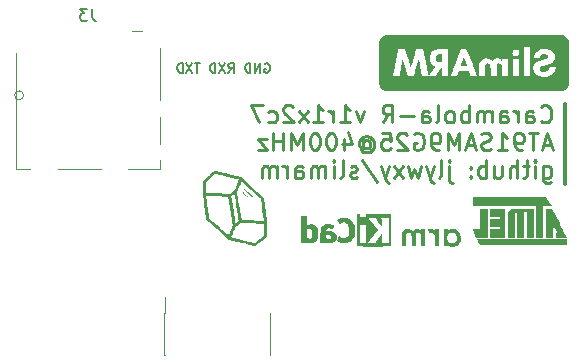
<source format=gbr>
%TF.GenerationSoftware,KiCad,Pcbnew,7.0.5-0*%
%TF.CreationDate,2023-07-11T02:09:26+08:00*%
%TF.ProjectId,slimarm_carambola,736c696d-6172-46d5-9f63-6172616d626f,rev?*%
%TF.SameCoordinates,Original*%
%TF.FileFunction,Legend,Bot*%
%TF.FilePolarity,Positive*%
%FSLAX46Y46*%
G04 Gerber Fmt 4.6, Leading zero omitted, Abs format (unit mm)*
G04 Created by KiCad (PCBNEW 7.0.5-0) date 2023-07-11 02:09:26*
%MOMM*%
%LPD*%
G01*
G04 APERTURE LIST*
%ADD10C,0.300000*%
%ADD11C,0.150000*%
%ADD12C,0.220000*%
%ADD13C,0.120000*%
G04 APERTURE END LIST*
D10*
X63810000Y-19329000D02*
X63810000Y-26051000D01*
D11*
X38365714Y-15892390D02*
X38441904Y-15854295D01*
X38441904Y-15854295D02*
X38556190Y-15854295D01*
X38556190Y-15854295D02*
X38670476Y-15892390D01*
X38670476Y-15892390D02*
X38746666Y-15968580D01*
X38746666Y-15968580D02*
X38784761Y-16044771D01*
X38784761Y-16044771D02*
X38822857Y-16197152D01*
X38822857Y-16197152D02*
X38822857Y-16311438D01*
X38822857Y-16311438D02*
X38784761Y-16463819D01*
X38784761Y-16463819D02*
X38746666Y-16540009D01*
X38746666Y-16540009D02*
X38670476Y-16616200D01*
X38670476Y-16616200D02*
X38556190Y-16654295D01*
X38556190Y-16654295D02*
X38479999Y-16654295D01*
X38479999Y-16654295D02*
X38365714Y-16616200D01*
X38365714Y-16616200D02*
X38327618Y-16578104D01*
X38327618Y-16578104D02*
X38327618Y-16311438D01*
X38327618Y-16311438D02*
X38479999Y-16311438D01*
X37984761Y-16654295D02*
X37984761Y-15854295D01*
X37984761Y-15854295D02*
X37527618Y-16654295D01*
X37527618Y-16654295D02*
X37527618Y-15854295D01*
X37146666Y-16654295D02*
X37146666Y-15854295D01*
X37146666Y-15854295D02*
X36956190Y-15854295D01*
X36956190Y-15854295D02*
X36841904Y-15892390D01*
X36841904Y-15892390D02*
X36765714Y-15968580D01*
X36765714Y-15968580D02*
X36727619Y-16044771D01*
X36727619Y-16044771D02*
X36689523Y-16197152D01*
X36689523Y-16197152D02*
X36689523Y-16311438D01*
X36689523Y-16311438D02*
X36727619Y-16463819D01*
X36727619Y-16463819D02*
X36765714Y-16540009D01*
X36765714Y-16540009D02*
X36841904Y-16616200D01*
X36841904Y-16616200D02*
X36956190Y-16654295D01*
X36956190Y-16654295D02*
X37146666Y-16654295D01*
X35279999Y-16654295D02*
X35546666Y-16273342D01*
X35737142Y-16654295D02*
X35737142Y-15854295D01*
X35737142Y-15854295D02*
X35432380Y-15854295D01*
X35432380Y-15854295D02*
X35356190Y-15892390D01*
X35356190Y-15892390D02*
X35318095Y-15930485D01*
X35318095Y-15930485D02*
X35279999Y-16006676D01*
X35279999Y-16006676D02*
X35279999Y-16120961D01*
X35279999Y-16120961D02*
X35318095Y-16197152D01*
X35318095Y-16197152D02*
X35356190Y-16235247D01*
X35356190Y-16235247D02*
X35432380Y-16273342D01*
X35432380Y-16273342D02*
X35737142Y-16273342D01*
X35013333Y-15854295D02*
X34479999Y-16654295D01*
X34479999Y-15854295D02*
X35013333Y-16654295D01*
X34175237Y-16654295D02*
X34175237Y-15854295D01*
X34175237Y-15854295D02*
X33984761Y-15854295D01*
X33984761Y-15854295D02*
X33870475Y-15892390D01*
X33870475Y-15892390D02*
X33794285Y-15968580D01*
X33794285Y-15968580D02*
X33756190Y-16044771D01*
X33756190Y-16044771D02*
X33718094Y-16197152D01*
X33718094Y-16197152D02*
X33718094Y-16311438D01*
X33718094Y-16311438D02*
X33756190Y-16463819D01*
X33756190Y-16463819D02*
X33794285Y-16540009D01*
X33794285Y-16540009D02*
X33870475Y-16616200D01*
X33870475Y-16616200D02*
X33984761Y-16654295D01*
X33984761Y-16654295D02*
X34175237Y-16654295D01*
X32879999Y-15854295D02*
X32422856Y-15854295D01*
X32651428Y-16654295D02*
X32651428Y-15854295D01*
X32232380Y-15854295D02*
X31699046Y-16654295D01*
X31699046Y-15854295D02*
X32232380Y-16654295D01*
X31394284Y-16654295D02*
X31394284Y-15854295D01*
X31394284Y-15854295D02*
X31203808Y-15854295D01*
X31203808Y-15854295D02*
X31089522Y-15892390D01*
X31089522Y-15892390D02*
X31013332Y-15968580D01*
X31013332Y-15968580D02*
X30975237Y-16044771D01*
X30975237Y-16044771D02*
X30937141Y-16197152D01*
X30937141Y-16197152D02*
X30937141Y-16311438D01*
X30937141Y-16311438D02*
X30975237Y-16463819D01*
X30975237Y-16463819D02*
X31013332Y-16540009D01*
X31013332Y-16540009D02*
X31089522Y-16616200D01*
X31089522Y-16616200D02*
X31203808Y-16654295D01*
X31203808Y-16654295D02*
X31394284Y-16654295D01*
D12*
X61724308Y-20731455D02*
X61793356Y-20800503D01*
X61793356Y-20800503D02*
X62000498Y-20869550D01*
X62000498Y-20869550D02*
X62138594Y-20869550D01*
X62138594Y-20869550D02*
X62345737Y-20800503D01*
X62345737Y-20800503D02*
X62483832Y-20662407D01*
X62483832Y-20662407D02*
X62552879Y-20524312D01*
X62552879Y-20524312D02*
X62621927Y-20248122D01*
X62621927Y-20248122D02*
X62621927Y-20040979D01*
X62621927Y-20040979D02*
X62552879Y-19764788D01*
X62552879Y-19764788D02*
X62483832Y-19626693D01*
X62483832Y-19626693D02*
X62345737Y-19488598D01*
X62345737Y-19488598D02*
X62138594Y-19419550D01*
X62138594Y-19419550D02*
X62000498Y-19419550D01*
X62000498Y-19419550D02*
X61793356Y-19488598D01*
X61793356Y-19488598D02*
X61724308Y-19557645D01*
X60481451Y-20869550D02*
X60481451Y-20110026D01*
X60481451Y-20110026D02*
X60550498Y-19971931D01*
X60550498Y-19971931D02*
X60688594Y-19902883D01*
X60688594Y-19902883D02*
X60964784Y-19902883D01*
X60964784Y-19902883D02*
X61102879Y-19971931D01*
X60481451Y-20800503D02*
X60619546Y-20869550D01*
X60619546Y-20869550D02*
X60964784Y-20869550D01*
X60964784Y-20869550D02*
X61102879Y-20800503D01*
X61102879Y-20800503D02*
X61171927Y-20662407D01*
X61171927Y-20662407D02*
X61171927Y-20524312D01*
X61171927Y-20524312D02*
X61102879Y-20386217D01*
X61102879Y-20386217D02*
X60964784Y-20317169D01*
X60964784Y-20317169D02*
X60619546Y-20317169D01*
X60619546Y-20317169D02*
X60481451Y-20248122D01*
X59790974Y-20869550D02*
X59790974Y-19902883D01*
X59790974Y-20179074D02*
X59721927Y-20040979D01*
X59721927Y-20040979D02*
X59652879Y-19971931D01*
X59652879Y-19971931D02*
X59514784Y-19902883D01*
X59514784Y-19902883D02*
X59376689Y-19902883D01*
X58271927Y-20869550D02*
X58271927Y-20110026D01*
X58271927Y-20110026D02*
X58340974Y-19971931D01*
X58340974Y-19971931D02*
X58479070Y-19902883D01*
X58479070Y-19902883D02*
X58755260Y-19902883D01*
X58755260Y-19902883D02*
X58893355Y-19971931D01*
X58271927Y-20800503D02*
X58410022Y-20869550D01*
X58410022Y-20869550D02*
X58755260Y-20869550D01*
X58755260Y-20869550D02*
X58893355Y-20800503D01*
X58893355Y-20800503D02*
X58962403Y-20662407D01*
X58962403Y-20662407D02*
X58962403Y-20524312D01*
X58962403Y-20524312D02*
X58893355Y-20386217D01*
X58893355Y-20386217D02*
X58755260Y-20317169D01*
X58755260Y-20317169D02*
X58410022Y-20317169D01*
X58410022Y-20317169D02*
X58271927Y-20248122D01*
X57581450Y-20869550D02*
X57581450Y-19902883D01*
X57581450Y-20040979D02*
X57512403Y-19971931D01*
X57512403Y-19971931D02*
X57374308Y-19902883D01*
X57374308Y-19902883D02*
X57167165Y-19902883D01*
X57167165Y-19902883D02*
X57029069Y-19971931D01*
X57029069Y-19971931D02*
X56960022Y-20110026D01*
X56960022Y-20110026D02*
X56960022Y-20869550D01*
X56960022Y-20110026D02*
X56890974Y-19971931D01*
X56890974Y-19971931D02*
X56752879Y-19902883D01*
X56752879Y-19902883D02*
X56545736Y-19902883D01*
X56545736Y-19902883D02*
X56407641Y-19971931D01*
X56407641Y-19971931D02*
X56338593Y-20110026D01*
X56338593Y-20110026D02*
X56338593Y-20869550D01*
X55648117Y-20869550D02*
X55648117Y-19419550D01*
X55648117Y-19971931D02*
X55510022Y-19902883D01*
X55510022Y-19902883D02*
X55233832Y-19902883D01*
X55233832Y-19902883D02*
X55095736Y-19971931D01*
X55095736Y-19971931D02*
X55026689Y-20040979D01*
X55026689Y-20040979D02*
X54957641Y-20179074D01*
X54957641Y-20179074D02*
X54957641Y-20593360D01*
X54957641Y-20593360D02*
X55026689Y-20731455D01*
X55026689Y-20731455D02*
X55095736Y-20800503D01*
X55095736Y-20800503D02*
X55233832Y-20869550D01*
X55233832Y-20869550D02*
X55510022Y-20869550D01*
X55510022Y-20869550D02*
X55648117Y-20800503D01*
X54129070Y-20869550D02*
X54267165Y-20800503D01*
X54267165Y-20800503D02*
X54336212Y-20731455D01*
X54336212Y-20731455D02*
X54405260Y-20593360D01*
X54405260Y-20593360D02*
X54405260Y-20179074D01*
X54405260Y-20179074D02*
X54336212Y-20040979D01*
X54336212Y-20040979D02*
X54267165Y-19971931D01*
X54267165Y-19971931D02*
X54129070Y-19902883D01*
X54129070Y-19902883D02*
X53921927Y-19902883D01*
X53921927Y-19902883D02*
X53783831Y-19971931D01*
X53783831Y-19971931D02*
X53714784Y-20040979D01*
X53714784Y-20040979D02*
X53645736Y-20179074D01*
X53645736Y-20179074D02*
X53645736Y-20593360D01*
X53645736Y-20593360D02*
X53714784Y-20731455D01*
X53714784Y-20731455D02*
X53783831Y-20800503D01*
X53783831Y-20800503D02*
X53921927Y-20869550D01*
X53921927Y-20869550D02*
X54129070Y-20869550D01*
X52817165Y-20869550D02*
X52955260Y-20800503D01*
X52955260Y-20800503D02*
X53024307Y-20662407D01*
X53024307Y-20662407D02*
X53024307Y-19419550D01*
X51643355Y-20869550D02*
X51643355Y-20110026D01*
X51643355Y-20110026D02*
X51712402Y-19971931D01*
X51712402Y-19971931D02*
X51850498Y-19902883D01*
X51850498Y-19902883D02*
X52126688Y-19902883D01*
X52126688Y-19902883D02*
X52264783Y-19971931D01*
X51643355Y-20800503D02*
X51781450Y-20869550D01*
X51781450Y-20869550D02*
X52126688Y-20869550D01*
X52126688Y-20869550D02*
X52264783Y-20800503D01*
X52264783Y-20800503D02*
X52333831Y-20662407D01*
X52333831Y-20662407D02*
X52333831Y-20524312D01*
X52333831Y-20524312D02*
X52264783Y-20386217D01*
X52264783Y-20386217D02*
X52126688Y-20317169D01*
X52126688Y-20317169D02*
X51781450Y-20317169D01*
X51781450Y-20317169D02*
X51643355Y-20248122D01*
X50952878Y-20317169D02*
X49848117Y-20317169D01*
X48329069Y-20869550D02*
X48812402Y-20179074D01*
X49157640Y-20869550D02*
X49157640Y-19419550D01*
X49157640Y-19419550D02*
X48605259Y-19419550D01*
X48605259Y-19419550D02*
X48467164Y-19488598D01*
X48467164Y-19488598D02*
X48398117Y-19557645D01*
X48398117Y-19557645D02*
X48329069Y-19695741D01*
X48329069Y-19695741D02*
X48329069Y-19902883D01*
X48329069Y-19902883D02*
X48398117Y-20040979D01*
X48398117Y-20040979D02*
X48467164Y-20110026D01*
X48467164Y-20110026D02*
X48605259Y-20179074D01*
X48605259Y-20179074D02*
X49157640Y-20179074D01*
X46740974Y-19902883D02*
X46395736Y-20869550D01*
X46395736Y-20869550D02*
X46050497Y-19902883D01*
X44738593Y-20869550D02*
X45567164Y-20869550D01*
X45152878Y-20869550D02*
X45152878Y-19419550D01*
X45152878Y-19419550D02*
X45290974Y-19626693D01*
X45290974Y-19626693D02*
X45429069Y-19764788D01*
X45429069Y-19764788D02*
X45567164Y-19833836D01*
X44117164Y-20869550D02*
X44117164Y-19902883D01*
X44117164Y-20179074D02*
X44048117Y-20040979D01*
X44048117Y-20040979D02*
X43979069Y-19971931D01*
X43979069Y-19971931D02*
X43840974Y-19902883D01*
X43840974Y-19902883D02*
X43702879Y-19902883D01*
X42460022Y-20869550D02*
X43288593Y-20869550D01*
X42874307Y-20869550D02*
X42874307Y-19419550D01*
X42874307Y-19419550D02*
X43012403Y-19626693D01*
X43012403Y-19626693D02*
X43150498Y-19764788D01*
X43150498Y-19764788D02*
X43288593Y-19833836D01*
X41976689Y-20869550D02*
X41217165Y-19902883D01*
X41976689Y-19902883D02*
X41217165Y-20869550D01*
X40733831Y-19557645D02*
X40664783Y-19488598D01*
X40664783Y-19488598D02*
X40526688Y-19419550D01*
X40526688Y-19419550D02*
X40181450Y-19419550D01*
X40181450Y-19419550D02*
X40043355Y-19488598D01*
X40043355Y-19488598D02*
X39974307Y-19557645D01*
X39974307Y-19557645D02*
X39905260Y-19695741D01*
X39905260Y-19695741D02*
X39905260Y-19833836D01*
X39905260Y-19833836D02*
X39974307Y-20040979D01*
X39974307Y-20040979D02*
X40802879Y-20869550D01*
X40802879Y-20869550D02*
X39905260Y-20869550D01*
X38662403Y-20800503D02*
X38800498Y-20869550D01*
X38800498Y-20869550D02*
X39076689Y-20869550D01*
X39076689Y-20869550D02*
X39214784Y-20800503D01*
X39214784Y-20800503D02*
X39283831Y-20731455D01*
X39283831Y-20731455D02*
X39352879Y-20593360D01*
X39352879Y-20593360D02*
X39352879Y-20179074D01*
X39352879Y-20179074D02*
X39283831Y-20040979D01*
X39283831Y-20040979D02*
X39214784Y-19971931D01*
X39214784Y-19971931D02*
X39076689Y-19902883D01*
X39076689Y-19902883D02*
X38800498Y-19902883D01*
X38800498Y-19902883D02*
X38662403Y-19971931D01*
X38179070Y-19419550D02*
X37212403Y-19419550D01*
X37212403Y-19419550D02*
X37833832Y-20869550D01*
X62621927Y-22789764D02*
X61931451Y-22789764D01*
X62760022Y-23204050D02*
X62276689Y-21754050D01*
X62276689Y-21754050D02*
X61793356Y-23204050D01*
X61517165Y-21754050D02*
X60688594Y-21754050D01*
X61102880Y-23204050D02*
X61102880Y-21754050D01*
X60136213Y-23204050D02*
X59860022Y-23204050D01*
X59860022Y-23204050D02*
X59721927Y-23135003D01*
X59721927Y-23135003D02*
X59652879Y-23065955D01*
X59652879Y-23065955D02*
X59514784Y-22858812D01*
X59514784Y-22858812D02*
X59445737Y-22582622D01*
X59445737Y-22582622D02*
X59445737Y-22030241D01*
X59445737Y-22030241D02*
X59514784Y-21892145D01*
X59514784Y-21892145D02*
X59583832Y-21823098D01*
X59583832Y-21823098D02*
X59721927Y-21754050D01*
X59721927Y-21754050D02*
X59998118Y-21754050D01*
X59998118Y-21754050D02*
X60136213Y-21823098D01*
X60136213Y-21823098D02*
X60205260Y-21892145D01*
X60205260Y-21892145D02*
X60274308Y-22030241D01*
X60274308Y-22030241D02*
X60274308Y-22375479D01*
X60274308Y-22375479D02*
X60205260Y-22513574D01*
X60205260Y-22513574D02*
X60136213Y-22582622D01*
X60136213Y-22582622D02*
X59998118Y-22651669D01*
X59998118Y-22651669D02*
X59721927Y-22651669D01*
X59721927Y-22651669D02*
X59583832Y-22582622D01*
X59583832Y-22582622D02*
X59514784Y-22513574D01*
X59514784Y-22513574D02*
X59445737Y-22375479D01*
X58064785Y-23204050D02*
X58893356Y-23204050D01*
X58479070Y-23204050D02*
X58479070Y-21754050D01*
X58479070Y-21754050D02*
X58617166Y-21961193D01*
X58617166Y-21961193D02*
X58755261Y-22099288D01*
X58755261Y-22099288D02*
X58893356Y-22168336D01*
X57512404Y-23135003D02*
X57305261Y-23204050D01*
X57305261Y-23204050D02*
X56960023Y-23204050D01*
X56960023Y-23204050D02*
X56821928Y-23135003D01*
X56821928Y-23135003D02*
X56752880Y-23065955D01*
X56752880Y-23065955D02*
X56683833Y-22927860D01*
X56683833Y-22927860D02*
X56683833Y-22789764D01*
X56683833Y-22789764D02*
X56752880Y-22651669D01*
X56752880Y-22651669D02*
X56821928Y-22582622D01*
X56821928Y-22582622D02*
X56960023Y-22513574D01*
X56960023Y-22513574D02*
X57236214Y-22444526D01*
X57236214Y-22444526D02*
X57374309Y-22375479D01*
X57374309Y-22375479D02*
X57443356Y-22306431D01*
X57443356Y-22306431D02*
X57512404Y-22168336D01*
X57512404Y-22168336D02*
X57512404Y-22030241D01*
X57512404Y-22030241D02*
X57443356Y-21892145D01*
X57443356Y-21892145D02*
X57374309Y-21823098D01*
X57374309Y-21823098D02*
X57236214Y-21754050D01*
X57236214Y-21754050D02*
X56890975Y-21754050D01*
X56890975Y-21754050D02*
X56683833Y-21823098D01*
X56131452Y-22789764D02*
X55440976Y-22789764D01*
X56269547Y-23204050D02*
X55786214Y-21754050D01*
X55786214Y-21754050D02*
X55302881Y-23204050D01*
X54819547Y-23204050D02*
X54819547Y-21754050D01*
X54819547Y-21754050D02*
X54336214Y-22789764D01*
X54336214Y-22789764D02*
X53852881Y-21754050D01*
X53852881Y-21754050D02*
X53852881Y-23204050D01*
X53093357Y-23204050D02*
X52817166Y-23204050D01*
X52817166Y-23204050D02*
X52679071Y-23135003D01*
X52679071Y-23135003D02*
X52610023Y-23065955D01*
X52610023Y-23065955D02*
X52471928Y-22858812D01*
X52471928Y-22858812D02*
X52402881Y-22582622D01*
X52402881Y-22582622D02*
X52402881Y-22030241D01*
X52402881Y-22030241D02*
X52471928Y-21892145D01*
X52471928Y-21892145D02*
X52540976Y-21823098D01*
X52540976Y-21823098D02*
X52679071Y-21754050D01*
X52679071Y-21754050D02*
X52955262Y-21754050D01*
X52955262Y-21754050D02*
X53093357Y-21823098D01*
X53093357Y-21823098D02*
X53162404Y-21892145D01*
X53162404Y-21892145D02*
X53231452Y-22030241D01*
X53231452Y-22030241D02*
X53231452Y-22375479D01*
X53231452Y-22375479D02*
X53162404Y-22513574D01*
X53162404Y-22513574D02*
X53093357Y-22582622D01*
X53093357Y-22582622D02*
X52955262Y-22651669D01*
X52955262Y-22651669D02*
X52679071Y-22651669D01*
X52679071Y-22651669D02*
X52540976Y-22582622D01*
X52540976Y-22582622D02*
X52471928Y-22513574D01*
X52471928Y-22513574D02*
X52402881Y-22375479D01*
X51021929Y-21823098D02*
X51160024Y-21754050D01*
X51160024Y-21754050D02*
X51367167Y-21754050D01*
X51367167Y-21754050D02*
X51574310Y-21823098D01*
X51574310Y-21823098D02*
X51712405Y-21961193D01*
X51712405Y-21961193D02*
X51781452Y-22099288D01*
X51781452Y-22099288D02*
X51850500Y-22375479D01*
X51850500Y-22375479D02*
X51850500Y-22582622D01*
X51850500Y-22582622D02*
X51781452Y-22858812D01*
X51781452Y-22858812D02*
X51712405Y-22996907D01*
X51712405Y-22996907D02*
X51574310Y-23135003D01*
X51574310Y-23135003D02*
X51367167Y-23204050D01*
X51367167Y-23204050D02*
X51229071Y-23204050D01*
X51229071Y-23204050D02*
X51021929Y-23135003D01*
X51021929Y-23135003D02*
X50952881Y-23065955D01*
X50952881Y-23065955D02*
X50952881Y-22582622D01*
X50952881Y-22582622D02*
X51229071Y-22582622D01*
X50400500Y-21892145D02*
X50331452Y-21823098D01*
X50331452Y-21823098D02*
X50193357Y-21754050D01*
X50193357Y-21754050D02*
X49848119Y-21754050D01*
X49848119Y-21754050D02*
X49710024Y-21823098D01*
X49710024Y-21823098D02*
X49640976Y-21892145D01*
X49640976Y-21892145D02*
X49571929Y-22030241D01*
X49571929Y-22030241D02*
X49571929Y-22168336D01*
X49571929Y-22168336D02*
X49640976Y-22375479D01*
X49640976Y-22375479D02*
X50469548Y-23204050D01*
X50469548Y-23204050D02*
X49571929Y-23204050D01*
X48260024Y-21754050D02*
X48950500Y-21754050D01*
X48950500Y-21754050D02*
X49019548Y-22444526D01*
X49019548Y-22444526D02*
X48950500Y-22375479D01*
X48950500Y-22375479D02*
X48812405Y-22306431D01*
X48812405Y-22306431D02*
X48467167Y-22306431D01*
X48467167Y-22306431D02*
X48329072Y-22375479D01*
X48329072Y-22375479D02*
X48260024Y-22444526D01*
X48260024Y-22444526D02*
X48190977Y-22582622D01*
X48190977Y-22582622D02*
X48190977Y-22927860D01*
X48190977Y-22927860D02*
X48260024Y-23065955D01*
X48260024Y-23065955D02*
X48329072Y-23135003D01*
X48329072Y-23135003D02*
X48467167Y-23204050D01*
X48467167Y-23204050D02*
X48812405Y-23204050D01*
X48812405Y-23204050D02*
X48950500Y-23135003D01*
X48950500Y-23135003D02*
X49019548Y-23065955D01*
X46671929Y-22513574D02*
X46740977Y-22444526D01*
X46740977Y-22444526D02*
X46879072Y-22375479D01*
X46879072Y-22375479D02*
X47017167Y-22375479D01*
X47017167Y-22375479D02*
X47155263Y-22444526D01*
X47155263Y-22444526D02*
X47224310Y-22513574D01*
X47224310Y-22513574D02*
X47293358Y-22651669D01*
X47293358Y-22651669D02*
X47293358Y-22789764D01*
X47293358Y-22789764D02*
X47224310Y-22927860D01*
X47224310Y-22927860D02*
X47155263Y-22996907D01*
X47155263Y-22996907D02*
X47017167Y-23065955D01*
X47017167Y-23065955D02*
X46879072Y-23065955D01*
X46879072Y-23065955D02*
X46740977Y-22996907D01*
X46740977Y-22996907D02*
X46671929Y-22927860D01*
X46671929Y-22375479D02*
X46671929Y-22927860D01*
X46671929Y-22927860D02*
X46602882Y-22996907D01*
X46602882Y-22996907D02*
X46533834Y-22996907D01*
X46533834Y-22996907D02*
X46395739Y-22927860D01*
X46395739Y-22927860D02*
X46326691Y-22789764D01*
X46326691Y-22789764D02*
X46326691Y-22444526D01*
X46326691Y-22444526D02*
X46464787Y-22237383D01*
X46464787Y-22237383D02*
X46671929Y-22099288D01*
X46671929Y-22099288D02*
X46948120Y-22030241D01*
X46948120Y-22030241D02*
X47224310Y-22099288D01*
X47224310Y-22099288D02*
X47431453Y-22237383D01*
X47431453Y-22237383D02*
X47569548Y-22444526D01*
X47569548Y-22444526D02*
X47638596Y-22720717D01*
X47638596Y-22720717D02*
X47569548Y-22996907D01*
X47569548Y-22996907D02*
X47431453Y-23204050D01*
X47431453Y-23204050D02*
X47224310Y-23342145D01*
X47224310Y-23342145D02*
X46948120Y-23411193D01*
X46948120Y-23411193D02*
X46671929Y-23342145D01*
X46671929Y-23342145D02*
X46464787Y-23204050D01*
X45083834Y-22237383D02*
X45083834Y-23204050D01*
X45429072Y-21685003D02*
X45774310Y-22720717D01*
X45774310Y-22720717D02*
X44876691Y-22720717D01*
X44048120Y-21754050D02*
X43910025Y-21754050D01*
X43910025Y-21754050D02*
X43771929Y-21823098D01*
X43771929Y-21823098D02*
X43702882Y-21892145D01*
X43702882Y-21892145D02*
X43633834Y-22030241D01*
X43633834Y-22030241D02*
X43564787Y-22306431D01*
X43564787Y-22306431D02*
X43564787Y-22651669D01*
X43564787Y-22651669D02*
X43633834Y-22927860D01*
X43633834Y-22927860D02*
X43702882Y-23065955D01*
X43702882Y-23065955D02*
X43771929Y-23135003D01*
X43771929Y-23135003D02*
X43910025Y-23204050D01*
X43910025Y-23204050D02*
X44048120Y-23204050D01*
X44048120Y-23204050D02*
X44186215Y-23135003D01*
X44186215Y-23135003D02*
X44255263Y-23065955D01*
X44255263Y-23065955D02*
X44324310Y-22927860D01*
X44324310Y-22927860D02*
X44393358Y-22651669D01*
X44393358Y-22651669D02*
X44393358Y-22306431D01*
X44393358Y-22306431D02*
X44324310Y-22030241D01*
X44324310Y-22030241D02*
X44255263Y-21892145D01*
X44255263Y-21892145D02*
X44186215Y-21823098D01*
X44186215Y-21823098D02*
X44048120Y-21754050D01*
X42667168Y-21754050D02*
X42529073Y-21754050D01*
X42529073Y-21754050D02*
X42390977Y-21823098D01*
X42390977Y-21823098D02*
X42321930Y-21892145D01*
X42321930Y-21892145D02*
X42252882Y-22030241D01*
X42252882Y-22030241D02*
X42183835Y-22306431D01*
X42183835Y-22306431D02*
X42183835Y-22651669D01*
X42183835Y-22651669D02*
X42252882Y-22927860D01*
X42252882Y-22927860D02*
X42321930Y-23065955D01*
X42321930Y-23065955D02*
X42390977Y-23135003D01*
X42390977Y-23135003D02*
X42529073Y-23204050D01*
X42529073Y-23204050D02*
X42667168Y-23204050D01*
X42667168Y-23204050D02*
X42805263Y-23135003D01*
X42805263Y-23135003D02*
X42874311Y-23065955D01*
X42874311Y-23065955D02*
X42943358Y-22927860D01*
X42943358Y-22927860D02*
X43012406Y-22651669D01*
X43012406Y-22651669D02*
X43012406Y-22306431D01*
X43012406Y-22306431D02*
X42943358Y-22030241D01*
X42943358Y-22030241D02*
X42874311Y-21892145D01*
X42874311Y-21892145D02*
X42805263Y-21823098D01*
X42805263Y-21823098D02*
X42667168Y-21754050D01*
X41562406Y-23204050D02*
X41562406Y-21754050D01*
X41562406Y-21754050D02*
X41079073Y-22789764D01*
X41079073Y-22789764D02*
X40595740Y-21754050D01*
X40595740Y-21754050D02*
X40595740Y-23204050D01*
X39905263Y-23204050D02*
X39905263Y-21754050D01*
X39905263Y-22444526D02*
X39076692Y-22444526D01*
X39076692Y-23204050D02*
X39076692Y-21754050D01*
X38524311Y-22237383D02*
X37764787Y-22237383D01*
X37764787Y-22237383D02*
X38524311Y-23204050D01*
X38524311Y-23204050D02*
X37764787Y-23204050D01*
X61931451Y-24571883D02*
X61931451Y-25745693D01*
X61931451Y-25745693D02*
X62000498Y-25883788D01*
X62000498Y-25883788D02*
X62069546Y-25952836D01*
X62069546Y-25952836D02*
X62207641Y-26021883D01*
X62207641Y-26021883D02*
X62414784Y-26021883D01*
X62414784Y-26021883D02*
X62552879Y-25952836D01*
X61931451Y-25469503D02*
X62069546Y-25538550D01*
X62069546Y-25538550D02*
X62345737Y-25538550D01*
X62345737Y-25538550D02*
X62483832Y-25469503D01*
X62483832Y-25469503D02*
X62552879Y-25400455D01*
X62552879Y-25400455D02*
X62621927Y-25262360D01*
X62621927Y-25262360D02*
X62621927Y-24848074D01*
X62621927Y-24848074D02*
X62552879Y-24709979D01*
X62552879Y-24709979D02*
X62483832Y-24640931D01*
X62483832Y-24640931D02*
X62345737Y-24571883D01*
X62345737Y-24571883D02*
X62069546Y-24571883D01*
X62069546Y-24571883D02*
X61931451Y-24640931D01*
X61240974Y-25538550D02*
X61240974Y-24571883D01*
X61240974Y-24088550D02*
X61310022Y-24157598D01*
X61310022Y-24157598D02*
X61240974Y-24226645D01*
X61240974Y-24226645D02*
X61171927Y-24157598D01*
X61171927Y-24157598D02*
X61240974Y-24088550D01*
X61240974Y-24088550D02*
X61240974Y-24226645D01*
X60757641Y-24571883D02*
X60205260Y-24571883D01*
X60550498Y-24088550D02*
X60550498Y-25331407D01*
X60550498Y-25331407D02*
X60481451Y-25469503D01*
X60481451Y-25469503D02*
X60343356Y-25538550D01*
X60343356Y-25538550D02*
X60205260Y-25538550D01*
X59721927Y-25538550D02*
X59721927Y-24088550D01*
X59100499Y-25538550D02*
X59100499Y-24779026D01*
X59100499Y-24779026D02*
X59169546Y-24640931D01*
X59169546Y-24640931D02*
X59307642Y-24571883D01*
X59307642Y-24571883D02*
X59514785Y-24571883D01*
X59514785Y-24571883D02*
X59652880Y-24640931D01*
X59652880Y-24640931D02*
X59721927Y-24709979D01*
X57788594Y-24571883D02*
X57788594Y-25538550D01*
X58410022Y-24571883D02*
X58410022Y-25331407D01*
X58410022Y-25331407D02*
X58340975Y-25469503D01*
X58340975Y-25469503D02*
X58202880Y-25538550D01*
X58202880Y-25538550D02*
X57995737Y-25538550D01*
X57995737Y-25538550D02*
X57857641Y-25469503D01*
X57857641Y-25469503D02*
X57788594Y-25400455D01*
X57098117Y-25538550D02*
X57098117Y-24088550D01*
X57098117Y-24640931D02*
X56960022Y-24571883D01*
X56960022Y-24571883D02*
X56683832Y-24571883D01*
X56683832Y-24571883D02*
X56545736Y-24640931D01*
X56545736Y-24640931D02*
X56476689Y-24709979D01*
X56476689Y-24709979D02*
X56407641Y-24848074D01*
X56407641Y-24848074D02*
X56407641Y-25262360D01*
X56407641Y-25262360D02*
X56476689Y-25400455D01*
X56476689Y-25400455D02*
X56545736Y-25469503D01*
X56545736Y-25469503D02*
X56683832Y-25538550D01*
X56683832Y-25538550D02*
X56960022Y-25538550D01*
X56960022Y-25538550D02*
X57098117Y-25469503D01*
X55786212Y-25400455D02*
X55717165Y-25469503D01*
X55717165Y-25469503D02*
X55786212Y-25538550D01*
X55786212Y-25538550D02*
X55855260Y-25469503D01*
X55855260Y-25469503D02*
X55786212Y-25400455D01*
X55786212Y-25400455D02*
X55786212Y-25538550D01*
X55786212Y-24640931D02*
X55717165Y-24709979D01*
X55717165Y-24709979D02*
X55786212Y-24779026D01*
X55786212Y-24779026D02*
X55855260Y-24709979D01*
X55855260Y-24709979D02*
X55786212Y-24640931D01*
X55786212Y-24640931D02*
X55786212Y-24779026D01*
X53990974Y-24571883D02*
X53990974Y-25814741D01*
X53990974Y-25814741D02*
X54060022Y-25952836D01*
X54060022Y-25952836D02*
X54198117Y-26021883D01*
X54198117Y-26021883D02*
X54267165Y-26021883D01*
X53990974Y-24088550D02*
X54060022Y-24157598D01*
X54060022Y-24157598D02*
X53990974Y-24226645D01*
X53990974Y-24226645D02*
X53921927Y-24157598D01*
X53921927Y-24157598D02*
X53990974Y-24088550D01*
X53990974Y-24088550D02*
X53990974Y-24226645D01*
X53093356Y-25538550D02*
X53231451Y-25469503D01*
X53231451Y-25469503D02*
X53300498Y-25331407D01*
X53300498Y-25331407D02*
X53300498Y-24088550D01*
X52679070Y-24571883D02*
X52333832Y-25538550D01*
X51988593Y-24571883D02*
X52333832Y-25538550D01*
X52333832Y-25538550D02*
X52471927Y-25883788D01*
X52471927Y-25883788D02*
X52540974Y-25952836D01*
X52540974Y-25952836D02*
X52679070Y-26021883D01*
X51574308Y-24571883D02*
X51298117Y-25538550D01*
X51298117Y-25538550D02*
X51021927Y-24848074D01*
X51021927Y-24848074D02*
X50745736Y-25538550D01*
X50745736Y-25538550D02*
X50469546Y-24571883D01*
X50055260Y-25538550D02*
X49295736Y-24571883D01*
X50055260Y-24571883D02*
X49295736Y-25538550D01*
X48881450Y-24571883D02*
X48536212Y-25538550D01*
X48190973Y-24571883D02*
X48536212Y-25538550D01*
X48536212Y-25538550D02*
X48674307Y-25883788D01*
X48674307Y-25883788D02*
X48743354Y-25952836D01*
X48743354Y-25952836D02*
X48881450Y-26021883D01*
X46602878Y-24019503D02*
X47845735Y-25883788D01*
X46188592Y-25469503D02*
X46050497Y-25538550D01*
X46050497Y-25538550D02*
X45774306Y-25538550D01*
X45774306Y-25538550D02*
X45636211Y-25469503D01*
X45636211Y-25469503D02*
X45567163Y-25331407D01*
X45567163Y-25331407D02*
X45567163Y-25262360D01*
X45567163Y-25262360D02*
X45636211Y-25124264D01*
X45636211Y-25124264D02*
X45774306Y-25055217D01*
X45774306Y-25055217D02*
X45981449Y-25055217D01*
X45981449Y-25055217D02*
X46119544Y-24986169D01*
X46119544Y-24986169D02*
X46188592Y-24848074D01*
X46188592Y-24848074D02*
X46188592Y-24779026D01*
X46188592Y-24779026D02*
X46119544Y-24640931D01*
X46119544Y-24640931D02*
X45981449Y-24571883D01*
X45981449Y-24571883D02*
X45774306Y-24571883D01*
X45774306Y-24571883D02*
X45636211Y-24640931D01*
X44738592Y-25538550D02*
X44876687Y-25469503D01*
X44876687Y-25469503D02*
X44945734Y-25331407D01*
X44945734Y-25331407D02*
X44945734Y-24088550D01*
X44186210Y-25538550D02*
X44186210Y-24571883D01*
X44186210Y-24088550D02*
X44255258Y-24157598D01*
X44255258Y-24157598D02*
X44186210Y-24226645D01*
X44186210Y-24226645D02*
X44117163Y-24157598D01*
X44117163Y-24157598D02*
X44186210Y-24088550D01*
X44186210Y-24088550D02*
X44186210Y-24226645D01*
X43495734Y-25538550D02*
X43495734Y-24571883D01*
X43495734Y-24709979D02*
X43426687Y-24640931D01*
X43426687Y-24640931D02*
X43288592Y-24571883D01*
X43288592Y-24571883D02*
X43081449Y-24571883D01*
X43081449Y-24571883D02*
X42943353Y-24640931D01*
X42943353Y-24640931D02*
X42874306Y-24779026D01*
X42874306Y-24779026D02*
X42874306Y-25538550D01*
X42874306Y-24779026D02*
X42805258Y-24640931D01*
X42805258Y-24640931D02*
X42667163Y-24571883D01*
X42667163Y-24571883D02*
X42460020Y-24571883D01*
X42460020Y-24571883D02*
X42321925Y-24640931D01*
X42321925Y-24640931D02*
X42252877Y-24779026D01*
X42252877Y-24779026D02*
X42252877Y-25538550D01*
X40940973Y-25538550D02*
X40940973Y-24779026D01*
X40940973Y-24779026D02*
X41010020Y-24640931D01*
X41010020Y-24640931D02*
X41148116Y-24571883D01*
X41148116Y-24571883D02*
X41424306Y-24571883D01*
X41424306Y-24571883D02*
X41562401Y-24640931D01*
X40940973Y-25469503D02*
X41079068Y-25538550D01*
X41079068Y-25538550D02*
X41424306Y-25538550D01*
X41424306Y-25538550D02*
X41562401Y-25469503D01*
X41562401Y-25469503D02*
X41631449Y-25331407D01*
X41631449Y-25331407D02*
X41631449Y-25193312D01*
X41631449Y-25193312D02*
X41562401Y-25055217D01*
X41562401Y-25055217D02*
X41424306Y-24986169D01*
X41424306Y-24986169D02*
X41079068Y-24986169D01*
X41079068Y-24986169D02*
X40940973Y-24917122D01*
X40250496Y-25538550D02*
X40250496Y-24571883D01*
X40250496Y-24848074D02*
X40181449Y-24709979D01*
X40181449Y-24709979D02*
X40112401Y-24640931D01*
X40112401Y-24640931D02*
X39974306Y-24571883D01*
X39974306Y-24571883D02*
X39836211Y-24571883D01*
X39352877Y-25538550D02*
X39352877Y-24571883D01*
X39352877Y-24709979D02*
X39283830Y-24640931D01*
X39283830Y-24640931D02*
X39145735Y-24571883D01*
X39145735Y-24571883D02*
X38938592Y-24571883D01*
X38938592Y-24571883D02*
X38800496Y-24640931D01*
X38800496Y-24640931D02*
X38731449Y-24779026D01*
X38731449Y-24779026D02*
X38731449Y-25538550D01*
X38731449Y-24779026D02*
X38662401Y-24640931D01*
X38662401Y-24640931D02*
X38524306Y-24571883D01*
X38524306Y-24571883D02*
X38317163Y-24571883D01*
X38317163Y-24571883D02*
X38179068Y-24640931D01*
X38179068Y-24640931D02*
X38110020Y-24779026D01*
X38110020Y-24779026D02*
X38110020Y-25538550D01*
D11*
%TO.C,J3*%
X23728333Y-11254819D02*
X23728333Y-11969104D01*
X23728333Y-11969104D02*
X23775952Y-12111961D01*
X23775952Y-12111961D02*
X23871190Y-12207200D01*
X23871190Y-12207200D02*
X24014047Y-12254819D01*
X24014047Y-12254819D02*
X24109285Y-12254819D01*
X23347380Y-11254819D02*
X22728333Y-11254819D01*
X22728333Y-11254819D02*
X23061666Y-11635771D01*
X23061666Y-11635771D02*
X22918809Y-11635771D01*
X22918809Y-11635771D02*
X22823571Y-11683390D01*
X22823571Y-11683390D02*
X22775952Y-11731009D01*
X22775952Y-11731009D02*
X22728333Y-11826247D01*
X22728333Y-11826247D02*
X22728333Y-12064342D01*
X22728333Y-12064342D02*
X22775952Y-12159580D01*
X22775952Y-12159580D02*
X22823571Y-12207200D01*
X22823571Y-12207200D02*
X22918809Y-12254819D01*
X22918809Y-12254819D02*
X23204523Y-12254819D01*
X23204523Y-12254819D02*
X23299761Y-12207200D01*
X23299761Y-12207200D02*
X23347380Y-12159580D01*
D13*
%TO.C,J4*%
X17939100Y-18572000D02*
G75*
G03*
X17939100Y-18572000I-381000J0D01*
G01*
%TO.C,G\u002A\u002A\u002A*%
G36*
X52451311Y-29879218D02*
G01*
X52485781Y-29881238D01*
X52513154Y-29885147D01*
X52551059Y-29894971D01*
X52594801Y-29911694D01*
X52636422Y-29934417D01*
X52677924Y-29964267D01*
X52721309Y-30002373D01*
X52735430Y-30015673D01*
X52749464Y-30028718D01*
X52759233Y-30037592D01*
X52763194Y-30040877D01*
X52763249Y-30040820D01*
X52763723Y-30035096D01*
X52764109Y-30021347D01*
X52764368Y-30001494D01*
X52764464Y-29977457D01*
X52764464Y-29913995D01*
X52932003Y-29913995D01*
X53099542Y-29913995D01*
X53099542Y-30632384D01*
X53099542Y-31350773D01*
X52932237Y-31350773D01*
X52764932Y-31350773D01*
X52763177Y-30910347D01*
X52762945Y-30852756D01*
X52762647Y-30782724D01*
X52762351Y-30721651D01*
X52762041Y-30668846D01*
X52761698Y-30623621D01*
X52761305Y-30585287D01*
X52760842Y-30553154D01*
X52760293Y-30526533D01*
X52759640Y-30504735D01*
X52758863Y-30487072D01*
X52757946Y-30472852D01*
X52756871Y-30461389D01*
X52755619Y-30451992D01*
X52754172Y-30443971D01*
X52752513Y-30436639D01*
X52750623Y-30429306D01*
X52732017Y-30373042D01*
X52707525Y-30323696D01*
X52677380Y-30282549D01*
X52641414Y-30249375D01*
X52599463Y-30223949D01*
X52581582Y-30216215D01*
X52547282Y-30205955D01*
X52508422Y-30200140D01*
X52462519Y-30198305D01*
X52457947Y-30198327D01*
X52410457Y-30201862D01*
X52367144Y-30212036D01*
X52324113Y-30229733D01*
X52322890Y-30230333D01*
X52307034Y-30237691D01*
X52295280Y-30242404D01*
X52290092Y-30243474D01*
X52288679Y-30240892D01*
X52283555Y-30230224D01*
X52275342Y-30212575D01*
X52264647Y-30189299D01*
X52252080Y-30161744D01*
X52238250Y-30131264D01*
X52223766Y-30099209D01*
X52209237Y-30066931D01*
X52195272Y-30035781D01*
X52182481Y-30007110D01*
X52171472Y-29982270D01*
X52162854Y-29962613D01*
X52157237Y-29949488D01*
X52155229Y-29944248D01*
X52155229Y-29944230D01*
X52159750Y-29940050D01*
X52171831Y-29933410D01*
X52189455Y-29925167D01*
X52210601Y-29916181D01*
X52233251Y-29907309D01*
X52255387Y-29899410D01*
X52274987Y-29893342D01*
X52299659Y-29888068D01*
X52333917Y-29883513D01*
X52372518Y-29880455D01*
X52412603Y-29878990D01*
X52451311Y-29879218D01*
G37*
G36*
X54960540Y-30699793D02*
G01*
X54950269Y-30785650D01*
X54931923Y-30869808D01*
X54905510Y-30951219D01*
X54871034Y-31028832D01*
X54828501Y-31101595D01*
X54813778Y-31122898D01*
X54761703Y-31187082D01*
X54703530Y-31243238D01*
X54639602Y-31291161D01*
X54570265Y-31330646D01*
X54495863Y-31361488D01*
X54416740Y-31383482D01*
X54333242Y-31396423D01*
X54307093Y-31398320D01*
X54247473Y-31398455D01*
X54186886Y-31393418D01*
X54128753Y-31383570D01*
X54076495Y-31369274D01*
X54043165Y-31356808D01*
X53984355Y-31328218D01*
X53929892Y-31292163D01*
X53877586Y-31247298D01*
X53835701Y-31207219D01*
X53835701Y-31281535D01*
X53835701Y-31355850D01*
X53668161Y-31355850D01*
X53500622Y-31355850D01*
X53500622Y-30634923D01*
X53500622Y-30624789D01*
X53811852Y-30624789D01*
X53813081Y-30696404D01*
X53822390Y-30763987D01*
X53839425Y-30827000D01*
X53863834Y-30884902D01*
X53895265Y-30937154D01*
X53933364Y-30983215D01*
X53977780Y-31022545D01*
X54028158Y-31054605D01*
X54084148Y-31078855D01*
X54145395Y-31094754D01*
X54192613Y-31100530D01*
X54256791Y-31099580D01*
X54320550Y-31088531D01*
X54367310Y-31072837D01*
X54418123Y-31046270D01*
X54464623Y-31011448D01*
X54506187Y-30969121D01*
X54542190Y-30920038D01*
X54572008Y-30864950D01*
X54595018Y-30804607D01*
X54610595Y-30739760D01*
X54611638Y-30733392D01*
X54616102Y-30688898D01*
X54617081Y-30639273D01*
X54614727Y-30588236D01*
X54609192Y-30539502D01*
X54600630Y-30496789D01*
X54580338Y-30435401D01*
X54552250Y-30377739D01*
X54517430Y-30326209D01*
X54476490Y-30281479D01*
X54430044Y-30244215D01*
X54378706Y-30215085D01*
X54323088Y-30194756D01*
X54311412Y-30192108D01*
X54281982Y-30188104D01*
X54247140Y-30185862D01*
X54209950Y-30185385D01*
X54173477Y-30186676D01*
X54140783Y-30189737D01*
X54114933Y-30194572D01*
X54090354Y-30202127D01*
X54038227Y-30224465D01*
X53989349Y-30253765D01*
X53946871Y-30288271D01*
X53927067Y-30308367D01*
X53890805Y-30353480D01*
X53861869Y-30402935D01*
X53839792Y-30457787D01*
X53824109Y-30519090D01*
X53814353Y-30587899D01*
X53811852Y-30624789D01*
X53500622Y-30624789D01*
X53500622Y-29913995D01*
X53668161Y-29913995D01*
X53835701Y-29913995D01*
X53835701Y-29995495D01*
X53835701Y-30076994D01*
X53877681Y-30034634D01*
X53902188Y-30011212D01*
X53950517Y-29972556D01*
X54002416Y-29941016D01*
X54059832Y-29915492D01*
X54124713Y-29894883D01*
X54126436Y-29894424D01*
X54145583Y-29889647D01*
X54162933Y-29886229D01*
X54180877Y-29883938D01*
X54201804Y-29882542D01*
X54228103Y-29881809D01*
X54262165Y-29881505D01*
X54305950Y-29881859D01*
X54343287Y-29883672D01*
X54376764Y-29887415D01*
X54409520Y-29893558D01*
X54444695Y-29902572D01*
X54485429Y-29914927D01*
X54532156Y-29931942D01*
X54602802Y-29966115D01*
X54669493Y-30008723D01*
X54730988Y-30058829D01*
X54786049Y-30115498D01*
X54833435Y-30177793D01*
X54852306Y-30207801D01*
X54890595Y-30281793D01*
X54920776Y-30360388D01*
X54942856Y-30442535D01*
X54956839Y-30527185D01*
X54962732Y-30613288D01*
X54962074Y-30639273D01*
X54960540Y-30699793D01*
G37*
G36*
X51303997Y-29882821D02*
G01*
X51363601Y-29893924D01*
X51421544Y-29912896D01*
X51476822Y-29939774D01*
X51528430Y-29974594D01*
X51575365Y-30017393D01*
X51601545Y-30045075D01*
X51602962Y-29980804D01*
X51604380Y-29916534D01*
X51771919Y-29916534D01*
X51939459Y-29916534D01*
X51940745Y-30636192D01*
X51942032Y-31355850D01*
X51777013Y-31355850D01*
X51611995Y-31355850D01*
X51611995Y-30941878D01*
X51611989Y-30906050D01*
X51611921Y-30828925D01*
X51611757Y-30760931D01*
X51611473Y-30701352D01*
X51611045Y-30649470D01*
X51610448Y-30604568D01*
X51609657Y-30565931D01*
X51608649Y-30532841D01*
X51607399Y-30504580D01*
X51605883Y-30480433D01*
X51604076Y-30459682D01*
X51601954Y-30441611D01*
X51599492Y-30425502D01*
X51596667Y-30410640D01*
X51593454Y-30396306D01*
X51590580Y-30385125D01*
X51572445Y-30335604D01*
X51547328Y-30291802D01*
X51516048Y-30254422D01*
X51479423Y-30224168D01*
X51438271Y-30201744D01*
X51393410Y-30187853D01*
X51345658Y-30183198D01*
X51340997Y-30183253D01*
X51294198Y-30188397D01*
X51253146Y-30201904D01*
X51217758Y-30223825D01*
X51187954Y-30254207D01*
X51163652Y-30293100D01*
X51163177Y-30294051D01*
X51157031Y-30306730D01*
X51151576Y-30319107D01*
X51146770Y-30331835D01*
X51142572Y-30345568D01*
X51138942Y-30360959D01*
X51135837Y-30378663D01*
X51133218Y-30399331D01*
X51131042Y-30423619D01*
X51129270Y-30452179D01*
X51127858Y-30485665D01*
X51126768Y-30524731D01*
X51125956Y-30570029D01*
X51125383Y-30622214D01*
X51125007Y-30681938D01*
X51124786Y-30749856D01*
X51124681Y-30826621D01*
X51124649Y-30912886D01*
X51124607Y-31355850D01*
X50957501Y-31355850D01*
X50790395Y-31355850D01*
X50787983Y-30917963D01*
X50787878Y-30899022D01*
X50787428Y-30820936D01*
X50786977Y-30752140D01*
X50786490Y-30691928D01*
X50785934Y-30639597D01*
X50785274Y-30594441D01*
X50784476Y-30555755D01*
X50783506Y-30522835D01*
X50782330Y-30494974D01*
X50780914Y-30471469D01*
X50779222Y-30451614D01*
X50777222Y-30434703D01*
X50774880Y-30420034D01*
X50772159Y-30406899D01*
X50769028Y-30394595D01*
X50765451Y-30382415D01*
X50761394Y-30369657D01*
X50755191Y-30352356D01*
X50732576Y-30306931D01*
X50703265Y-30267374D01*
X50668249Y-30234513D01*
X50628523Y-30209175D01*
X50585081Y-30192188D01*
X50538916Y-30184378D01*
X50505735Y-30184046D01*
X50460759Y-30190450D01*
X50421409Y-30205258D01*
X50387451Y-30228603D01*
X50358656Y-30260619D01*
X50334790Y-30301439D01*
X50333535Y-30304090D01*
X50328188Y-30315684D01*
X50323452Y-30326903D01*
X50319286Y-30338405D01*
X50315651Y-30350849D01*
X50312506Y-30364891D01*
X50309811Y-30381190D01*
X50307527Y-30400404D01*
X50305611Y-30423192D01*
X50304026Y-30450211D01*
X50302730Y-30482119D01*
X50301682Y-30519574D01*
X50300844Y-30563235D01*
X50300175Y-30613760D01*
X50299634Y-30671806D01*
X50299182Y-30738032D01*
X50298778Y-30813096D01*
X50298382Y-30897655D01*
X50296307Y-31355850D01*
X50131685Y-31355850D01*
X49967062Y-31355850D01*
X49967062Y-30853736D01*
X49967062Y-30836279D01*
X49967074Y-30755300D01*
X49967113Y-30683682D01*
X49967189Y-30620764D01*
X49967315Y-30565885D01*
X49967503Y-30518386D01*
X49967764Y-30477605D01*
X49968109Y-30442882D01*
X49968551Y-30413557D01*
X49969101Y-30388969D01*
X49969771Y-30368457D01*
X49970572Y-30351361D01*
X49971517Y-30337021D01*
X49972617Y-30324775D01*
X49973883Y-30313964D01*
X49975327Y-30303926D01*
X49976961Y-30294002D01*
X49990859Y-30229179D01*
X50011825Y-30164246D01*
X50038976Y-30106425D01*
X50072774Y-30054904D01*
X50113679Y-30008871D01*
X50162153Y-29967510D01*
X50179281Y-29955411D01*
X50233146Y-29925314D01*
X50292091Y-29902766D01*
X50354818Y-29887786D01*
X50420029Y-29880397D01*
X50486427Y-29880620D01*
X50552715Y-29888476D01*
X50617594Y-29903986D01*
X50679767Y-29927172D01*
X50737937Y-29958054D01*
X50748232Y-29964902D01*
X50772703Y-29983497D01*
X50799290Y-30006093D01*
X50825349Y-30030285D01*
X50848236Y-30053669D01*
X50865307Y-30073843D01*
X50872349Y-30082457D01*
X50877330Y-30085043D01*
X50881199Y-30080844D01*
X50881525Y-30080282D01*
X50887298Y-30071612D01*
X50897084Y-30057894D01*
X50908959Y-30041832D01*
X50924625Y-30022330D01*
X50967735Y-29979383D01*
X51016214Y-29944047D01*
X51069058Y-29916359D01*
X51125263Y-29896355D01*
X51183824Y-29884073D01*
X51243736Y-29879550D01*
X51303997Y-29882821D01*
G37*
G36*
X53364257Y-15411869D02*
G01*
X53364257Y-15746032D01*
X53201370Y-15739321D01*
X53167572Y-15737785D01*
X53098506Y-15732886D01*
X53048664Y-15725435D01*
X53010149Y-15713954D01*
X52975062Y-15696964D01*
X52944423Y-15677140D01*
X52881709Y-15614146D01*
X52839715Y-15536956D01*
X52818703Y-15451330D01*
X52818934Y-15363032D01*
X52840672Y-15277824D01*
X52884177Y-15201468D01*
X52949713Y-15139726D01*
X52954954Y-15136192D01*
X53006594Y-15108059D01*
X53064836Y-15090064D01*
X53137403Y-15080512D01*
X53232023Y-15077705D01*
X53364257Y-15077705D01*
X53364257Y-15411869D01*
G37*
G36*
X55223763Y-15333164D02*
G01*
X55237274Y-15371573D01*
X55258356Y-15431176D01*
X55285546Y-15507844D01*
X55317381Y-15597446D01*
X55352397Y-15695853D01*
X55379513Y-15772293D01*
X55411451Y-15863143D01*
X55438683Y-15941537D01*
X55459836Y-16003481D01*
X55473535Y-16044985D01*
X55478406Y-16062053D01*
X55466155Y-16065709D01*
X55428197Y-16069175D01*
X55369215Y-16071920D01*
X55293981Y-16073726D01*
X55207264Y-16074376D01*
X54936121Y-16074376D01*
X54971274Y-15979994D01*
X54972180Y-15977557D01*
X54988898Y-15931735D01*
X55013206Y-15864102D01*
X55042886Y-15780878D01*
X55075719Y-15688281D01*
X55109486Y-15592529D01*
X55119142Y-15565249D01*
X55149408Y-15482126D01*
X55176121Y-15412284D01*
X55197734Y-15359550D01*
X55212699Y-15327750D01*
X55219466Y-15320710D01*
X55223763Y-15333164D01*
G37*
G36*
X64129404Y-14489611D02*
G01*
X64130072Y-14613947D01*
X64130564Y-14758338D01*
X64130907Y-14924476D01*
X64131128Y-15114050D01*
X64131252Y-15328753D01*
X64131307Y-15570276D01*
X64131320Y-15840310D01*
X64131319Y-15930117D01*
X64131297Y-16190762D01*
X64131296Y-16195185D01*
X64131225Y-16423439D01*
X64131077Y-16629841D01*
X64130826Y-16811662D01*
X64130443Y-16970592D01*
X64129904Y-17108324D01*
X64129180Y-17226550D01*
X64128244Y-17326963D01*
X64127070Y-17411256D01*
X64125632Y-17481119D01*
X64123901Y-17538246D01*
X64121850Y-17584329D01*
X64119454Y-17621060D01*
X64116685Y-17650131D01*
X64113516Y-17673235D01*
X64109920Y-17692064D01*
X64105871Y-17708311D01*
X64101340Y-17723667D01*
X64048216Y-17851832D01*
X63967597Y-17973729D01*
X63865056Y-18077625D01*
X63743500Y-18160610D01*
X63605837Y-18219773D01*
X63599281Y-18221675D01*
X63590474Y-18223674D01*
X63579259Y-18225567D01*
X63564843Y-18227356D01*
X63546431Y-18229045D01*
X63523228Y-18230637D01*
X63494442Y-18232135D01*
X63459278Y-18233541D01*
X63416941Y-18234860D01*
X63366637Y-18236093D01*
X63307573Y-18237244D01*
X63238955Y-18238315D01*
X63159987Y-18239310D01*
X63069877Y-18240232D01*
X62967829Y-18241084D01*
X62853050Y-18241869D01*
X62724746Y-18242589D01*
X62582122Y-18243248D01*
X62424384Y-18243849D01*
X62250739Y-18244395D01*
X62060392Y-18244888D01*
X61852549Y-18245332D01*
X61626415Y-18245730D01*
X61381198Y-18246084D01*
X61116101Y-18246398D01*
X60830333Y-18246675D01*
X60523097Y-18246918D01*
X60193601Y-18247129D01*
X59841050Y-18247312D01*
X59464650Y-18247470D01*
X59063606Y-18247606D01*
X58637125Y-18247722D01*
X58184413Y-18247822D01*
X57704675Y-18247908D01*
X57197117Y-18247984D01*
X56660945Y-18248053D01*
X56095366Y-18248118D01*
X55557286Y-18248176D01*
X55020198Y-18248229D01*
X54511758Y-18248272D01*
X54031169Y-18248300D01*
X53577635Y-18248312D01*
X53150359Y-18248304D01*
X52748545Y-18248273D01*
X52371396Y-18248217D01*
X52018115Y-18248131D01*
X51687906Y-18248013D01*
X51379973Y-18247859D01*
X51093518Y-18247668D01*
X50827744Y-18247435D01*
X50581857Y-18247158D01*
X50355058Y-18246834D01*
X50146551Y-18246459D01*
X49955540Y-18246031D01*
X49781228Y-18245546D01*
X49622819Y-18245002D01*
X49479515Y-18244395D01*
X49350521Y-18243722D01*
X49235039Y-18242980D01*
X49132274Y-18242167D01*
X49041428Y-18241279D01*
X48961704Y-18240313D01*
X48892307Y-18239265D01*
X48832440Y-18238134D01*
X48781306Y-18236916D01*
X48738108Y-18235607D01*
X48702050Y-18234206D01*
X48672336Y-18232708D01*
X48648168Y-18231111D01*
X48628750Y-18229411D01*
X48613286Y-18227606D01*
X48600979Y-18225692D01*
X48591032Y-18223667D01*
X48582649Y-18221527D01*
X48575033Y-18219270D01*
X48442603Y-18163887D01*
X48321107Y-18082693D01*
X48217817Y-17980127D01*
X48135934Y-17859387D01*
X48078659Y-17723667D01*
X48077152Y-17718735D01*
X48072779Y-17703278D01*
X48068878Y-17686387D01*
X48065422Y-17666371D01*
X48062384Y-17641537D01*
X48059737Y-17610193D01*
X48057455Y-17570647D01*
X48055510Y-17521206D01*
X48053876Y-17460178D01*
X48052525Y-17385870D01*
X48051431Y-17296592D01*
X48050566Y-17190649D01*
X48049904Y-17066350D01*
X48049483Y-16941196D01*
X49211462Y-16941196D01*
X49211470Y-16941269D01*
X49226429Y-16944091D01*
X49266800Y-16946148D01*
X49327906Y-16947346D01*
X49405073Y-16947593D01*
X49493626Y-16946796D01*
X49775790Y-16942688D01*
X49900471Y-16212792D01*
X49902960Y-16198220D01*
X49927683Y-16053407D01*
X49950896Y-15917312D01*
X49972087Y-15792943D01*
X49990745Y-15683308D01*
X50006357Y-15591413D01*
X50018413Y-15520266D01*
X50026402Y-15472874D01*
X50029811Y-15452245D01*
X50030750Y-15452612D01*
X50038464Y-15472610D01*
X50053139Y-15517448D01*
X50073891Y-15584105D01*
X50099839Y-15669562D01*
X50130100Y-15770798D01*
X50163792Y-15884793D01*
X50200032Y-16008526D01*
X50237937Y-16138976D01*
X50276625Y-16273124D01*
X50315215Y-16407949D01*
X50352822Y-16540430D01*
X50388565Y-16667548D01*
X50421562Y-16786281D01*
X50450929Y-16893609D01*
X50466271Y-16950238D01*
X50718529Y-16950238D01*
X50970787Y-16950238D01*
X51182177Y-16202822D01*
X51195923Y-16154276D01*
X51236212Y-16012648D01*
X51273908Y-15881093D01*
X51308218Y-15762324D01*
X51338344Y-15659057D01*
X51363493Y-15574008D01*
X51382868Y-15509892D01*
X51395675Y-15469424D01*
X51401117Y-15455320D01*
X51401602Y-15456111D01*
X51406621Y-15477021D01*
X51416021Y-15524250D01*
X51429293Y-15594983D01*
X51445929Y-15686407D01*
X51465422Y-15795708D01*
X51487265Y-15920073D01*
X51510949Y-16056686D01*
X51535967Y-16202736D01*
X51663265Y-16950238D01*
X52249406Y-16950238D01*
X52835546Y-16950238D01*
X53099901Y-16553880D01*
X53364257Y-16157522D01*
X53364257Y-16553880D01*
X53364257Y-16950238D01*
X53620975Y-16950238D01*
X53877693Y-16950238D01*
X53877693Y-16932081D01*
X54079380Y-16932081D01*
X54084418Y-16939227D01*
X54100210Y-16944213D01*
X54130647Y-16947425D01*
X54179619Y-16949243D01*
X54251013Y-16950053D01*
X54348719Y-16950238D01*
X54625466Y-16950238D01*
X54661492Y-16848306D01*
X54663681Y-16842115D01*
X54687733Y-16774288D01*
X54715734Y-16695581D01*
X54742066Y-16621790D01*
X54786613Y-16497206D01*
X55211791Y-16497280D01*
X55636968Y-16497353D01*
X55687972Y-16644515D01*
X55700392Y-16680207D01*
X55726284Y-16753858D01*
X55750245Y-16821141D01*
X55768338Y-16870958D01*
X55797699Y-16950238D01*
X56070194Y-16950238D01*
X56342690Y-16950238D01*
X56487706Y-16950238D01*
X56745660Y-16950238D01*
X57003614Y-16950238D01*
X57003699Y-16516082D01*
X57003827Y-16453684D01*
X57005002Y-16321099D01*
X57007339Y-16209219D01*
X57010757Y-16120415D01*
X57015175Y-16057059D01*
X57020514Y-16021522D01*
X57048764Y-15952190D01*
X57096545Y-15893008D01*
X57156270Y-15858686D01*
X57223804Y-15850471D01*
X57295010Y-15869611D01*
X57365755Y-15917354D01*
X57375335Y-15926147D01*
X57402173Y-15953586D01*
X57423536Y-15982591D01*
X57440041Y-16016740D01*
X57452309Y-16059613D01*
X57460958Y-16114789D01*
X57466607Y-16185846D01*
X57469876Y-16276364D01*
X57471383Y-16389922D01*
X57471748Y-16530098D01*
X57471748Y-16950238D01*
X57727660Y-16950238D01*
X57983573Y-16950238D01*
X57988154Y-16485880D01*
X57989451Y-16363497D01*
X57990936Y-16256604D01*
X57992739Y-16173035D01*
X57995104Y-16109214D01*
X57998275Y-16061563D01*
X58002496Y-16026505D01*
X58008009Y-16000463D01*
X58015059Y-15979860D01*
X58023889Y-15961118D01*
X58033846Y-15943471D01*
X58083066Y-15887396D01*
X58142705Y-15857639D01*
X58208526Y-15854609D01*
X58276294Y-15878716D01*
X58341772Y-15930370D01*
X58346538Y-15935363D01*
X58376329Y-15968780D01*
X58400023Y-16001885D01*
X58418314Y-16038490D01*
X58431892Y-16082409D01*
X58441451Y-16137456D01*
X58447680Y-16207445D01*
X58451273Y-16296189D01*
X58452922Y-16407503D01*
X58453317Y-16545199D01*
X58453317Y-16950238D01*
X58710035Y-16950238D01*
X58966754Y-16950238D01*
X59374483Y-16950238D01*
X59631201Y-16950238D01*
X59887919Y-16950238D01*
X59887919Y-16210286D01*
X59887919Y-15470333D01*
X59631201Y-15470333D01*
X59374483Y-15470333D01*
X59374483Y-16210286D01*
X59374483Y-16950238D01*
X58966754Y-16950238D01*
X58966754Y-16210286D01*
X58966754Y-15470333D01*
X58710035Y-15470333D01*
X58453317Y-15470333D01*
X58453317Y-15547596D01*
X58453317Y-15624858D01*
X58393593Y-15570901D01*
X58344240Y-15528935D01*
X58283206Y-15488304D01*
X58220585Y-15463477D01*
X58147017Y-15451066D01*
X58053139Y-15447682D01*
X58015872Y-15447870D01*
X57951820Y-15450165D01*
X57904030Y-15456347D01*
X57862961Y-15468007D01*
X57819072Y-15486739D01*
X57781252Y-15507519D01*
X57719662Y-15550184D01*
X57666928Y-15596030D01*
X57597840Y-15666264D01*
X57554026Y-15620533D01*
X57489931Y-15564654D01*
X57391546Y-15504474D01*
X57284690Y-15462337D01*
X57283331Y-15461950D01*
X57197848Y-15446038D01*
X57099256Y-15440693D01*
X56998068Y-15445431D01*
X56904795Y-15459770D01*
X56829952Y-15483227D01*
X56827227Y-15484460D01*
X56728546Y-15545805D01*
X56643622Y-15632338D01*
X56574525Y-15741446D01*
X56523326Y-15870512D01*
X56522190Y-15874446D01*
X56515628Y-15905275D01*
X56510174Y-15948084D01*
X56505675Y-16005911D01*
X56501978Y-16081792D01*
X56498928Y-16178763D01*
X56496374Y-16299863D01*
X56494161Y-16448128D01*
X56487706Y-16950238D01*
X56342690Y-16950238D01*
X56333853Y-16916261D01*
X56332923Y-16913388D01*
X56322723Y-16886377D01*
X56302280Y-16834242D01*
X56272474Y-16759174D01*
X56234187Y-16663366D01*
X56188298Y-16549011D01*
X56135689Y-16418299D01*
X56077240Y-16273425D01*
X56013832Y-16116580D01*
X55946346Y-15949956D01*
X55875663Y-15775746D01*
X55559646Y-14997549D01*
X59330183Y-14997549D01*
X59345918Y-15078825D01*
X59384415Y-15149204D01*
X59395332Y-15161879D01*
X59441558Y-15205616D01*
X59489176Y-15239794D01*
X59519989Y-15254838D01*
X59603509Y-15274442D01*
X59688821Y-15268589D01*
X59769440Y-15239245D01*
X59838879Y-15188380D01*
X59890652Y-15117962D01*
X59893073Y-15113061D01*
X59913716Y-15049308D01*
X59922760Y-14976333D01*
X60280547Y-14976333D01*
X60280547Y-15470333D01*
X60280547Y-15696849D01*
X60280547Y-16950238D01*
X60537265Y-16950238D01*
X60793983Y-16950238D01*
X60793983Y-16214240D01*
X61084079Y-16214240D01*
X61086728Y-16342576D01*
X61110759Y-16469251D01*
X61155199Y-16588524D01*
X61219077Y-16694657D01*
X61301419Y-16781908D01*
X61322722Y-16798391D01*
X61395606Y-16844744D01*
X61483514Y-16890471D01*
X61575919Y-16930396D01*
X61662295Y-16959342D01*
X61688635Y-16965385D01*
X61763460Y-16976368D01*
X61856340Y-16984403D01*
X61959277Y-16989310D01*
X62064273Y-16990907D01*
X62163331Y-16989013D01*
X62248453Y-16983449D01*
X62311641Y-16974031D01*
X62454550Y-16931977D01*
X62592293Y-16871476D01*
X62710988Y-16797179D01*
X62805672Y-16711724D01*
X62810959Y-16705752D01*
X62880426Y-16608412D01*
X62934910Y-16496375D01*
X62970544Y-16379317D01*
X62983459Y-16266915D01*
X62983638Y-16195185D01*
X62728601Y-16195185D01*
X62473563Y-16195185D01*
X62463071Y-16251111D01*
X62462821Y-16252430D01*
X62429338Y-16350196D01*
X62370933Y-16435728D01*
X62291932Y-16504161D01*
X62196663Y-16550631D01*
X62191895Y-16552172D01*
X62110063Y-16569556D01*
X62015374Y-16576928D01*
X61921475Y-16573923D01*
X61842013Y-16560172D01*
X61776593Y-16535178D01*
X61705965Y-16490669D01*
X61652463Y-16435941D01*
X61620371Y-16375613D01*
X61613975Y-16314307D01*
X61619648Y-16284514D01*
X61637727Y-16239417D01*
X61668888Y-16199542D01*
X61715927Y-16163270D01*
X61781642Y-16128979D01*
X61868831Y-16095049D01*
X61980289Y-16059859D01*
X62118816Y-16021788D01*
X62120788Y-16021272D01*
X62256432Y-15984493D01*
X62367476Y-15951297D01*
X62458950Y-15919798D01*
X62535885Y-15888112D01*
X62603314Y-15854353D01*
X62666266Y-15816636D01*
X62690176Y-15800308D01*
X62782949Y-15715692D01*
X62852267Y-15613830D01*
X62896986Y-15497495D01*
X62915956Y-15369457D01*
X62908031Y-15232491D01*
X62891708Y-15156181D01*
X62841776Y-15029914D01*
X62766413Y-14919036D01*
X62666822Y-14825148D01*
X62544211Y-14749847D01*
X62452454Y-14708945D01*
X62365262Y-14680091D01*
X62274496Y-14661820D01*
X62171439Y-14652377D01*
X62047372Y-14650013D01*
X61990847Y-14650955D01*
X61830969Y-14663213D01*
X61692601Y-14690678D01*
X61571515Y-14734766D01*
X61463479Y-14796890D01*
X61364265Y-14878465D01*
X61278251Y-14978957D01*
X61212232Y-15100394D01*
X61172775Y-15235265D01*
X61164929Y-15276196D01*
X61157782Y-15317987D01*
X61158008Y-15346799D01*
X61169406Y-15365019D01*
X61195776Y-15375035D01*
X61240919Y-15379233D01*
X61308634Y-15380001D01*
X61402722Y-15379727D01*
X61649034Y-15379727D01*
X61668771Y-15302719D01*
X61676249Y-15278642D01*
X61702112Y-15221274D01*
X61732734Y-15175340D01*
X61760380Y-15148745D01*
X61829982Y-15106679D01*
X61913001Y-15080007D01*
X62003593Y-15068315D01*
X62095912Y-15071191D01*
X62184114Y-15088221D01*
X62262356Y-15118991D01*
X62324792Y-15163089D01*
X62365579Y-15220101D01*
X62368330Y-15226482D01*
X62384927Y-15289625D01*
X62375215Y-15344111D01*
X62338019Y-15397507D01*
X62320256Y-15414478D01*
X62279526Y-15442571D01*
X62223969Y-15469131D01*
X62149817Y-15495605D01*
X62053301Y-15523444D01*
X61930654Y-15554094D01*
X61803598Y-15585643D01*
X61652010Y-15628441D01*
X61525351Y-15671762D01*
X61420610Y-15717155D01*
X61334772Y-15766172D01*
X61264825Y-15820363D01*
X61207755Y-15881280D01*
X61160550Y-15950472D01*
X61146816Y-15975544D01*
X61103784Y-16089983D01*
X61084079Y-16214240D01*
X60793983Y-16214240D01*
X60793983Y-15696849D01*
X60793983Y-14443461D01*
X60537265Y-14443461D01*
X60280547Y-14443461D01*
X60280547Y-14976333D01*
X59922760Y-14976333D01*
X59919616Y-14906239D01*
X59903692Y-14851124D01*
X59848959Y-14773623D01*
X59777682Y-14717235D01*
X59695723Y-14684625D01*
X59608192Y-14676991D01*
X59520203Y-14695536D01*
X59436867Y-14741461D01*
X59409574Y-14765842D01*
X59363007Y-14833308D01*
X59336211Y-14913127D01*
X59330183Y-14997549D01*
X55559646Y-14997549D01*
X55426310Y-14669208D01*
X55209236Y-14673368D01*
X54992163Y-14677527D01*
X54540815Y-15787456D01*
X54517642Y-15844448D01*
X54447743Y-16016440D01*
X54381325Y-16179982D01*
X54319267Y-16332905D01*
X54262448Y-16473039D01*
X54211745Y-16598217D01*
X54168037Y-16706267D01*
X54132202Y-16795020D01*
X54105119Y-16862309D01*
X54087665Y-16905962D01*
X54080720Y-16923811D01*
X54079380Y-16932081D01*
X53877693Y-16932081D01*
X53877693Y-15810107D01*
X53877693Y-14669977D01*
X53443537Y-14670091D01*
X53318364Y-14670429D01*
X53187650Y-14671908D01*
X53080293Y-14674941D01*
X52992512Y-14679937D01*
X52920526Y-14687303D01*
X52860554Y-14697446D01*
X52808815Y-14710773D01*
X52761527Y-14727693D01*
X52714911Y-14748612D01*
X52659906Y-14778483D01*
X52552705Y-14859155D01*
X52466004Y-14956729D01*
X52399784Y-15067633D01*
X52354026Y-15188297D01*
X52328711Y-15315150D01*
X52323818Y-15444622D01*
X52339327Y-15573142D01*
X52375219Y-15697139D01*
X52431475Y-15813042D01*
X52508075Y-15917281D01*
X52604998Y-16006285D01*
X52722226Y-16076483D01*
X52729087Y-16079702D01*
X52776822Y-16103341D01*
X52801776Y-16119935D01*
X52808522Y-16133638D01*
X52801636Y-16148606D01*
X52799174Y-16151933D01*
X52780017Y-16176974D01*
X52745513Y-16221595D01*
X52698145Y-16282599D01*
X52640398Y-16356792D01*
X52574754Y-16440976D01*
X52503698Y-16531956D01*
X52447991Y-16602953D01*
X52374043Y-16695934D01*
X52315911Y-16767067D01*
X52272292Y-16817849D01*
X52241884Y-16849777D01*
X52223385Y-16864346D01*
X52215491Y-16863054D01*
X52211846Y-16847265D01*
X52202799Y-16803712D01*
X52188942Y-16735070D01*
X52170745Y-16643737D01*
X52148681Y-16532109D01*
X52123223Y-16402585D01*
X52094843Y-16257563D01*
X52064013Y-16099439D01*
X52031206Y-15930612D01*
X51996893Y-15753478D01*
X51787336Y-14669977D01*
X51484744Y-14670109D01*
X51182152Y-14670242D01*
X50964560Y-15406286D01*
X50954578Y-15440036D01*
X50912151Y-15583166D01*
X50872079Y-15717839D01*
X50835244Y-15841123D01*
X50802528Y-15950088D01*
X50774813Y-16041803D01*
X50752981Y-16113337D01*
X50737914Y-16161760D01*
X50730493Y-16184141D01*
X50729495Y-16186449D01*
X50724934Y-16191591D01*
X50718945Y-16188612D01*
X50710831Y-16175423D01*
X50699893Y-16149936D01*
X50685432Y-16110063D01*
X50666751Y-16053714D01*
X50643149Y-15978802D01*
X50613930Y-15883237D01*
X50578395Y-15764930D01*
X50535844Y-15621794D01*
X50485581Y-15451739D01*
X50257143Y-14677527D01*
X49954403Y-14673443D01*
X49651663Y-14669358D01*
X49635749Y-14748948D01*
X49628625Y-14784850D01*
X49615293Y-14852660D01*
X49597915Y-14941500D01*
X49577036Y-15048554D01*
X49553201Y-15171006D01*
X49526954Y-15306042D01*
X49498841Y-15450847D01*
X49469407Y-15602604D01*
X49439196Y-15758498D01*
X49408753Y-15915714D01*
X49378624Y-16071437D01*
X49349353Y-16222851D01*
X49321485Y-16367140D01*
X49295564Y-16501490D01*
X49272137Y-16623085D01*
X49251747Y-16729110D01*
X49234940Y-16816749D01*
X49222260Y-16883186D01*
X49214253Y-16925607D01*
X49211462Y-16941196D01*
X48049483Y-16941196D01*
X48049418Y-16922003D01*
X48049080Y-16755914D01*
X48048865Y-16566393D01*
X48048744Y-16351747D01*
X48048691Y-16110283D01*
X48048680Y-15840310D01*
X48048681Y-15750502D01*
X48048703Y-15489857D01*
X48048774Y-15257180D01*
X48048922Y-15050778D01*
X48049174Y-14868957D01*
X48049556Y-14710027D01*
X48050096Y-14572295D01*
X48050820Y-14454069D01*
X48051755Y-14353656D01*
X48052929Y-14269363D01*
X48054368Y-14199500D01*
X48056099Y-14142373D01*
X48058149Y-14096290D01*
X48060545Y-14059559D01*
X48063314Y-14030488D01*
X48066483Y-14007384D01*
X48070079Y-13988555D01*
X48074129Y-13972308D01*
X48078659Y-13956952D01*
X48133944Y-13824912D01*
X48215168Y-13703700D01*
X48317892Y-13600572D01*
X48438914Y-13518723D01*
X48575033Y-13461349D01*
X48582112Y-13459243D01*
X48590426Y-13457095D01*
X48600255Y-13455061D01*
X48612395Y-13453138D01*
X48627642Y-13451324D01*
X48646795Y-13449615D01*
X48670649Y-13448009D01*
X48700002Y-13446501D01*
X48735650Y-13445089D01*
X48778391Y-13443770D01*
X48829021Y-13442540D01*
X48888337Y-13441397D01*
X48957136Y-13440337D01*
X49036215Y-13439357D01*
X49126371Y-13438454D01*
X49228401Y-13437625D01*
X49343101Y-13436866D01*
X49471268Y-13436175D01*
X49613700Y-13435549D01*
X49771194Y-13434983D01*
X49944545Y-13434476D01*
X50134551Y-13434023D01*
X50342010Y-13433623D01*
X50567717Y-13433271D01*
X50812470Y-13432964D01*
X51077065Y-13432700D01*
X51362300Y-13432475D01*
X51668971Y-13432286D01*
X51997876Y-13432130D01*
X52349811Y-13432004D01*
X52725572Y-13431904D01*
X53125958Y-13431828D01*
X53551764Y-13431773D01*
X54003788Y-13431734D01*
X54482827Y-13431710D01*
X54989677Y-13431696D01*
X55525136Y-13431690D01*
X56090000Y-13431689D01*
X56131494Y-13431689D01*
X56694187Y-13431690D01*
X57227533Y-13431696D01*
X57732328Y-13431709D01*
X58209368Y-13431733D01*
X58659452Y-13431771D01*
X59083377Y-13431826D01*
X59481938Y-13431902D01*
X59855934Y-13432001D01*
X60206161Y-13432126D01*
X60533416Y-13432282D01*
X60838497Y-13432471D01*
X61122200Y-13432695D01*
X61385323Y-13432960D01*
X61628662Y-13433266D01*
X61853015Y-13433619D01*
X62059178Y-13434020D01*
X62247949Y-13434474D01*
X62420125Y-13434983D01*
X62576502Y-13435550D01*
X62717878Y-13436179D01*
X62845050Y-13436873D01*
X62958815Y-13437635D01*
X63059969Y-13438468D01*
X63149311Y-13439375D01*
X63227636Y-13440360D01*
X63295742Y-13441426D01*
X63354427Y-13442575D01*
X63404486Y-13443812D01*
X63446717Y-13445139D01*
X63481918Y-13446559D01*
X63510885Y-13448077D01*
X63534415Y-13449693D01*
X63553305Y-13451413D01*
X63568352Y-13453239D01*
X63580354Y-13455174D01*
X63590107Y-13457222D01*
X63598409Y-13459386D01*
X63606056Y-13461668D01*
X63738096Y-13516952D01*
X63859308Y-13598177D01*
X63962437Y-13700901D01*
X64044285Y-13821923D01*
X64101659Y-13958042D01*
X64102822Y-13961839D01*
X64107184Y-13977193D01*
X64111077Y-13993999D01*
X64114528Y-14013947D01*
X64117563Y-14038728D01*
X64120208Y-14070035D01*
X64122492Y-14109558D01*
X64124439Y-14158989D01*
X64126077Y-14220018D01*
X64127433Y-14294338D01*
X64128533Y-14383638D01*
X64129025Y-14443461D01*
X64129404Y-14489611D01*
G37*
G36*
X36518969Y-26760778D02*
G01*
X36567276Y-26798388D01*
X36634997Y-26856749D01*
X36712348Y-26926780D01*
X36789543Y-26999402D01*
X36856798Y-27065537D01*
X36904326Y-27116105D01*
X36922343Y-27142027D01*
X36916463Y-27161047D01*
X36894877Y-27158477D01*
X36852281Y-27130202D01*
X36783371Y-27072686D01*
X36682843Y-26982396D01*
X36633160Y-26936507D01*
X36545879Y-26851325D01*
X36496318Y-26793979D01*
X36482289Y-26761681D01*
X36501599Y-26751642D01*
X36518969Y-26760778D01*
G37*
G36*
X36581909Y-26441087D02*
G01*
X36611486Y-26461417D01*
X36670962Y-26510115D01*
X36753442Y-26580941D01*
X36852035Y-26667655D01*
X36959846Y-26764018D01*
X37069982Y-26863790D01*
X37175552Y-26960731D01*
X37269660Y-27048601D01*
X37345415Y-27121162D01*
X37395923Y-27172172D01*
X37414290Y-27195394D01*
X37414201Y-27198592D01*
X37408344Y-27211755D01*
X37390261Y-27209492D01*
X37355659Y-27188506D01*
X37300245Y-27145504D01*
X37219726Y-27077189D01*
X37109810Y-26980267D01*
X36966204Y-26851443D01*
X36844074Y-26740842D01*
X36728591Y-26634333D01*
X36646204Y-26555179D01*
X36593569Y-26499816D01*
X36567341Y-26464682D01*
X36564174Y-26446214D01*
X36580725Y-26440849D01*
X36581909Y-26441087D01*
G37*
G36*
X36774693Y-25865477D02*
G01*
X36870227Y-25951641D01*
X37023006Y-26088923D01*
X37196059Y-26243978D01*
X37378847Y-26407374D01*
X37560829Y-26569684D01*
X37731467Y-26721476D01*
X37767963Y-26753956D01*
X37908675Y-26880479D01*
X38034679Y-26995794D01*
X38141126Y-27095319D01*
X38223165Y-27174474D01*
X38275945Y-27228677D01*
X38294617Y-27253347D01*
X38294768Y-27256007D01*
X38299427Y-27298053D01*
X38310051Y-27384460D01*
X38325901Y-27509474D01*
X38346235Y-27667343D01*
X38370315Y-27852313D01*
X38397400Y-28058630D01*
X38426749Y-28280541D01*
X38460943Y-28540631D01*
X38489918Y-28768441D01*
X38513015Y-28961690D01*
X38531007Y-29128880D01*
X38538011Y-29205596D01*
X38544668Y-29278515D01*
X38554771Y-29419095D01*
X38562090Y-29559124D01*
X38567398Y-29707102D01*
X38571468Y-29871532D01*
X38581935Y-30366746D01*
X38584055Y-30467047D01*
X38088000Y-30900737D01*
X37973247Y-31000363D01*
X37846705Y-31108481D01*
X37736689Y-31200586D01*
X37648757Y-31272095D01*
X37588467Y-31318424D01*
X37561375Y-31334992D01*
X37543966Y-31331929D01*
X37480222Y-31317840D01*
X37375218Y-31293450D01*
X37234187Y-31260010D01*
X37062365Y-31218773D01*
X36864986Y-31170989D01*
X36647285Y-31117911D01*
X36414496Y-31060790D01*
X35298188Y-30786022D01*
X35132832Y-30626534D01*
X35123881Y-30617970D01*
X35084270Y-30581057D01*
X35530140Y-30581057D01*
X35537511Y-30589311D01*
X35557132Y-30599175D01*
X35593226Y-30611862D01*
X35650015Y-30628581D01*
X35731721Y-30650546D01*
X35842566Y-30678966D01*
X35986772Y-30715054D01*
X36168560Y-30760020D01*
X36392155Y-30815077D01*
X36661776Y-30881435D01*
X36755233Y-30904370D01*
X36944476Y-30950295D01*
X37115592Y-30991141D01*
X37262157Y-31025415D01*
X37377748Y-31051626D01*
X37455943Y-31068282D01*
X37490318Y-31073891D01*
X37494258Y-31072864D01*
X37533052Y-31048563D01*
X37602297Y-30995875D01*
X37695561Y-30920002D01*
X37806413Y-30826146D01*
X37928421Y-30719510D01*
X38326038Y-30366746D01*
X38316306Y-29920140D01*
X38313194Y-29800194D01*
X38308457Y-29667812D01*
X38303153Y-29561122D01*
X38297731Y-29488817D01*
X38292636Y-29459595D01*
X38292049Y-29459260D01*
X38259008Y-29454967D01*
X38180567Y-29449139D01*
X38062492Y-29442084D01*
X37910554Y-29434104D01*
X37730519Y-29425504D01*
X37528157Y-29416589D01*
X37309236Y-29407664D01*
X36339775Y-29369672D01*
X36212767Y-29455785D01*
X36125937Y-29514657D01*
X36067229Y-29554963D01*
X35982498Y-29615094D01*
X35919964Y-29661975D01*
X35890099Y-29687912D01*
X35875854Y-29716743D01*
X35845956Y-29785873D01*
X35804127Y-29886407D01*
X35753847Y-30009740D01*
X35698596Y-30147266D01*
X35641855Y-30290380D01*
X35587104Y-30430476D01*
X35537823Y-30558949D01*
X35535262Y-30564534D01*
X35530798Y-30573201D01*
X35530140Y-30581057D01*
X35084270Y-30581057D01*
X35059970Y-30558412D01*
X34963738Y-30470337D01*
X34840495Y-30358536D01*
X34695551Y-30227804D01*
X34534217Y-30082931D01*
X34361803Y-29928711D01*
X34183620Y-29769936D01*
X34120851Y-29713976D01*
X33953800Y-29563668D01*
X33800521Y-29423781D01*
X33665207Y-29298270D01*
X33552051Y-29191089D01*
X33465245Y-29106192D01*
X33408984Y-29047534D01*
X33387459Y-29019069D01*
X33386967Y-29016675D01*
X33380058Y-28972489D01*
X33367481Y-28883789D01*
X33350038Y-28756542D01*
X33328535Y-28596715D01*
X33303774Y-28410275D01*
X33276560Y-28203188D01*
X33247695Y-27981420D01*
X33236160Y-27891958D01*
X33200643Y-27609082D01*
X33171977Y-27365995D01*
X33149329Y-27153844D01*
X33142680Y-27081484D01*
X33394025Y-27081484D01*
X33408560Y-27168965D01*
X33412131Y-27192783D01*
X33422572Y-27268131D01*
X33438110Y-27383750D01*
X33457847Y-27532848D01*
X33480886Y-27708633D01*
X33506330Y-27904314D01*
X33533282Y-28113099D01*
X33643468Y-28969753D01*
X33790110Y-29096993D01*
X33822295Y-29125137D01*
X33899312Y-29193061D01*
X34005328Y-29286969D01*
X34134565Y-29401727D01*
X34281240Y-29532199D01*
X34439574Y-29673251D01*
X34603784Y-29819748D01*
X34732202Y-29934230D01*
X34879671Y-30065255D01*
X35011305Y-30181728D01*
X35122556Y-30279649D01*
X35208879Y-30355018D01*
X35265724Y-30403834D01*
X35288546Y-30422099D01*
X35302886Y-30401463D01*
X35332223Y-30339725D01*
X35373348Y-30244287D01*
X35423070Y-30122555D01*
X35478197Y-29981936D01*
X35518135Y-29879361D01*
X35562708Y-29765578D01*
X35595551Y-29675747D01*
X35617335Y-29600450D01*
X35628731Y-29530269D01*
X35630407Y-29455785D01*
X35623036Y-29367582D01*
X35607288Y-29256242D01*
X35583833Y-29112346D01*
X35553341Y-28926476D01*
X35525787Y-28755084D01*
X35478520Y-28460289D01*
X35437719Y-28204587D01*
X35402130Y-27980079D01*
X35370496Y-27778863D01*
X35341564Y-27593041D01*
X35338407Y-27572737D01*
X35318016Y-27445045D01*
X35299585Y-27335138D01*
X35285030Y-27254157D01*
X35276267Y-27213243D01*
X35275349Y-27210627D01*
X35261191Y-27193676D01*
X35230182Y-27179579D01*
X35177332Y-27167841D01*
X35097652Y-27157966D01*
X34986151Y-27149455D01*
X34837839Y-27141814D01*
X34647727Y-27134546D01*
X34410825Y-27127155D01*
X34292754Y-27123502D01*
X34111406Y-27117181D01*
X34104762Y-27116921D01*
X35532778Y-27116921D01*
X35534394Y-27161661D01*
X35538384Y-27183412D01*
X35551245Y-27258329D01*
X35568272Y-27361223D01*
X35586870Y-27476527D01*
X35602194Y-27572725D01*
X35626693Y-27726374D01*
X35653061Y-27891632D01*
X35677734Y-28046150D01*
X35693736Y-28146566D01*
X35719683Y-28309949D01*
X35749180Y-28496169D01*
X35779697Y-28689242D01*
X35808703Y-28873186D01*
X35812467Y-28897054D01*
X35836760Y-29049301D01*
X35858348Y-29181627D01*
X35875922Y-29286217D01*
X35888172Y-29355261D01*
X35893790Y-29380946D01*
X35916471Y-29374718D01*
X35964646Y-29342355D01*
X36024509Y-29293913D01*
X36083197Y-29240511D01*
X36127844Y-29193270D01*
X36145585Y-29163309D01*
X36145180Y-29156688D01*
X36138775Y-29104863D01*
X36125539Y-29012731D01*
X36106711Y-28888513D01*
X36083527Y-28740426D01*
X36057227Y-28576691D01*
X36033786Y-28432285D01*
X35990206Y-28162562D01*
X35949430Y-27908602D01*
X35912391Y-27676293D01*
X35880022Y-27471525D01*
X35853257Y-27300187D01*
X35833029Y-27168168D01*
X35820272Y-27081357D01*
X35813555Y-27041181D01*
X35796976Y-26975967D01*
X35780328Y-26944030D01*
X35760792Y-26945411D01*
X35708138Y-26968979D01*
X35639360Y-27011389D01*
X35608328Y-27033230D01*
X35554335Y-27078531D01*
X35532778Y-27116921D01*
X34104762Y-27116921D01*
X33935745Y-27110307D01*
X33781131Y-27103494D01*
X33662924Y-27097354D01*
X33394025Y-27081484D01*
X33142680Y-27081484D01*
X33131865Y-26963776D01*
X33118749Y-26786937D01*
X33109149Y-26614476D01*
X33102230Y-26437538D01*
X33100375Y-26375317D01*
X33096959Y-26213468D01*
X33095945Y-26070819D01*
X33097270Y-25955503D01*
X33098175Y-25935459D01*
X33343169Y-25935459D01*
X33361841Y-26375871D01*
X33366981Y-26490216D01*
X33373741Y-26622413D01*
X33380148Y-26729230D01*
X33385664Y-26801878D01*
X33389749Y-26831569D01*
X33398525Y-26834187D01*
X33450706Y-26839793D01*
X33543260Y-26846015D01*
X33668776Y-26852449D01*
X33819844Y-26858688D01*
X33989054Y-26864329D01*
X34010449Y-26864964D01*
X34214435Y-26871138D01*
X34429018Y-26877818D01*
X34638608Y-26884506D01*
X34827614Y-26890707D01*
X34980447Y-26895922D01*
X35381773Y-26910041D01*
X35588477Y-26758385D01*
X35611074Y-26741806D01*
X36025600Y-26741806D01*
X36215152Y-27929178D01*
X36250475Y-28149838D01*
X36286972Y-28376512D01*
X36320346Y-28582410D01*
X36349765Y-28762470D01*
X36374397Y-28911631D01*
X36393411Y-29024832D01*
X36405976Y-29097011D01*
X36411260Y-29123106D01*
X36412611Y-29123488D01*
X36448602Y-29126444D01*
X36528479Y-29130897D01*
X36645677Y-29136541D01*
X36793632Y-29143073D01*
X36965779Y-29150188D01*
X37155553Y-29157583D01*
X37159464Y-29157731D01*
X37304961Y-29163309D01*
X37361302Y-29165469D01*
X37556291Y-29173120D01*
X37735451Y-29180320D01*
X37889802Y-29186702D01*
X38010364Y-29191900D01*
X38088158Y-29195550D01*
X38283024Y-29205596D01*
X38158584Y-28256913D01*
X38133935Y-28070146D01*
X38104640Y-27852977D01*
X38080108Y-27678905D01*
X38059495Y-27543105D01*
X38041957Y-27440755D01*
X38026647Y-27367031D01*
X38012723Y-27317112D01*
X37999340Y-27286173D01*
X37985652Y-27269392D01*
X37981944Y-27266322D01*
X37943813Y-27233258D01*
X37872614Y-27170600D01*
X37772824Y-27082319D01*
X37648921Y-26972388D01*
X37505382Y-26844776D01*
X37346684Y-26703456D01*
X37177305Y-26552399D01*
X37131114Y-26511197D01*
X36965837Y-26364150D01*
X36813461Y-26229156D01*
X36678263Y-26109966D01*
X36564521Y-26010331D01*
X36476511Y-25934001D01*
X36418513Y-25884728D01*
X36394802Y-25866263D01*
X36379303Y-25885481D01*
X36348500Y-25945820D01*
X36305932Y-26039964D01*
X36254942Y-26160507D01*
X36198877Y-26300043D01*
X36025600Y-26741806D01*
X35611074Y-26741806D01*
X35795182Y-26606729D01*
X35971059Y-26157662D01*
X35971533Y-26156451D01*
X36026328Y-26014733D01*
X36073059Y-25890435D01*
X36108951Y-25791227D01*
X36131227Y-25724781D01*
X36137111Y-25698770D01*
X36123397Y-25694144D01*
X36065081Y-25678128D01*
X35966532Y-25652398D01*
X35833674Y-25618464D01*
X35672430Y-25577834D01*
X35488723Y-25532019D01*
X35288474Y-25482527D01*
X35165624Y-25452257D01*
X34963519Y-25402292D01*
X34775926Y-25355714D01*
X34610002Y-25314311D01*
X34472904Y-25279871D01*
X34371789Y-25254182D01*
X34313813Y-25239031D01*
X34177963Y-25201953D01*
X33760566Y-25568706D01*
X33343169Y-25935459D01*
X33098175Y-25935459D01*
X33100875Y-25875656D01*
X33106698Y-25839413D01*
X33126043Y-25815955D01*
X33180582Y-25761640D01*
X33262100Y-25685909D01*
X33364048Y-25594366D01*
X33479875Y-25492611D01*
X33603031Y-25386248D01*
X33726966Y-25280878D01*
X33845130Y-25182104D01*
X33950972Y-25095528D01*
X34037943Y-25026752D01*
X34099491Y-24981378D01*
X34129068Y-24965008D01*
X34146422Y-24967694D01*
X34210932Y-24981338D01*
X34316771Y-25005392D01*
X34458577Y-25038585D01*
X34630984Y-25079645D01*
X34828629Y-25127302D01*
X35046148Y-25180284D01*
X35278176Y-25237319D01*
X36381070Y-25509630D01*
X36590289Y-25698770D01*
X36774693Y-25865477D01*
G37*
G36*
X45357758Y-28963537D02*
G01*
X45540575Y-29047941D01*
X45709096Y-29177324D01*
X45733868Y-29201459D01*
X45867776Y-29366114D01*
X45961838Y-29552467D01*
X46017334Y-29763761D01*
X46035548Y-30003241D01*
X46016780Y-30241349D01*
X45958530Y-30463572D01*
X45861537Y-30659877D01*
X45726560Y-30828239D01*
X45674950Y-30877719D01*
X45575652Y-30955781D01*
X45469931Y-31010356D01*
X45337105Y-31053401D01*
X45297237Y-31063157D01*
X45090602Y-31085576D01*
X44879771Y-31065211D01*
X44674839Y-31003843D01*
X44485904Y-30903253D01*
X44479751Y-30898726D01*
X44468278Y-30882115D01*
X44470820Y-30855847D01*
X44490507Y-30812402D01*
X44530469Y-30744256D01*
X44593838Y-30643888D01*
X44674132Y-30518368D01*
X44775660Y-30589931D01*
X44776960Y-30590844D01*
X44908313Y-30657484D01*
X45042082Y-30680151D01*
X45170707Y-30661216D01*
X45286628Y-30603048D01*
X45382285Y-30508018D01*
X45450119Y-30378496D01*
X45472106Y-30304784D01*
X45499920Y-30134254D01*
X45503530Y-29953940D01*
X45483988Y-29777140D01*
X45442345Y-29617150D01*
X45379652Y-29487267D01*
X45341243Y-29439411D01*
X45242789Y-29367318D01*
X45125502Y-29328300D01*
X45000976Y-29323606D01*
X44880803Y-29354489D01*
X44776576Y-29422198D01*
X44724283Y-29471180D01*
X44645156Y-29358927D01*
X44613839Y-29314033D01*
X44561670Y-29237502D01*
X44522629Y-29178138D01*
X44479230Y-29109602D01*
X44600653Y-29048072D01*
X44750572Y-28983350D01*
X44960053Y-28930926D01*
X45163350Y-28924427D01*
X45357758Y-28963537D01*
G37*
G36*
X44433296Y-30703291D02*
G01*
X44381824Y-30830190D01*
X44309754Y-30929213D01*
X44215246Y-31003929D01*
X44088636Y-31057143D01*
X44035595Y-31071138D01*
X43884484Y-31084082D01*
X43741737Y-31058694D01*
X43619309Y-30996517D01*
X43584935Y-30971791D01*
X43546274Y-30951161D01*
X43529962Y-30962488D01*
X43526611Y-31006815D01*
X43526611Y-31066552D01*
X43273161Y-31066552D01*
X43248998Y-31066538D01*
X43144837Y-31065644D01*
X43079428Y-31062381D01*
X43045149Y-31055385D01*
X43034379Y-31043291D01*
X43039499Y-31024736D01*
X43043045Y-31009535D01*
X43049490Y-30949878D01*
X43056084Y-30853967D01*
X43062427Y-30729070D01*
X43068118Y-30582457D01*
X43072757Y-30421397D01*
X43074083Y-30367864D01*
X43574401Y-30367864D01*
X43574767Y-30496182D01*
X43577054Y-30573271D01*
X43588511Y-30634511D01*
X43615015Y-30673622D01*
X43662435Y-30704555D01*
X43737814Y-30730505D01*
X43827462Y-30730378D01*
X43905177Y-30700266D01*
X43959910Y-30644880D01*
X43980610Y-30568930D01*
X43972800Y-30517411D01*
X43926319Y-30448134D01*
X43840313Y-30401091D01*
X43717441Y-30378210D01*
X43574401Y-30367864D01*
X43074083Y-30367864D01*
X43074475Y-30352019D01*
X43080033Y-30168986D01*
X43087032Y-30025228D01*
X43096753Y-29914330D01*
X43110474Y-29829876D01*
X43129475Y-29765449D01*
X43155037Y-29714633D01*
X43188438Y-29671011D01*
X43230959Y-29628168D01*
X43255235Y-29606701D01*
X43366196Y-29537444D01*
X43500909Y-29497395D01*
X43668372Y-29483580D01*
X43697696Y-29483901D01*
X43798444Y-29490756D01*
X43912078Y-29504731D01*
X44026494Y-29523657D01*
X44129584Y-29545364D01*
X44209243Y-29567682D01*
X44253365Y-29588441D01*
X44256599Y-29615602D01*
X44241675Y-29676666D01*
X44210075Y-29760600D01*
X44144922Y-29913897D01*
X44026668Y-29868964D01*
X44003162Y-29860654D01*
X43897846Y-29835288D01*
X43791940Y-29825317D01*
X43700508Y-29831326D01*
X43638617Y-29853899D01*
X43637952Y-29854398D01*
X43603176Y-29898387D01*
X43575981Y-29961425D01*
X43553842Y-30039083D01*
X43665674Y-30039263D01*
X43814122Y-30046782D01*
X44001336Y-30079663D01*
X44163060Y-30136423D01*
X44292845Y-30214617D01*
X44384243Y-30311799D01*
X44385384Y-30313536D01*
X44435146Y-30429985D01*
X44451093Y-30564896D01*
X44450574Y-30568930D01*
X44433296Y-30703291D01*
G37*
G36*
X42888384Y-30395210D02*
G01*
X42871684Y-30554287D01*
X42837456Y-30685012D01*
X42786784Y-30785673D01*
X42696274Y-30903042D01*
X42587671Y-30997110D01*
X42472850Y-31055799D01*
X42432938Y-31066702D01*
X42286627Y-31079856D01*
X42136888Y-31058548D01*
X42004010Y-31004978D01*
X41901776Y-30945064D01*
X41901776Y-31005808D01*
X41901776Y-31066552D01*
X41654865Y-31066552D01*
X41579329Y-31065945D01*
X41487897Y-31063309D01*
X41422950Y-31059064D01*
X41395138Y-31053736D01*
X41393206Y-31049329D01*
X41396822Y-31011454D01*
X41414001Y-30952184D01*
X41415343Y-30948179D01*
X41423349Y-30911035D01*
X41429966Y-30852551D01*
X41435305Y-30768949D01*
X41439477Y-30656452D01*
X41442594Y-30511282D01*
X41444768Y-30329661D01*
X41445147Y-30266886D01*
X41925671Y-30266886D01*
X41925703Y-30329635D01*
X41926438Y-30446597D01*
X41929077Y-30527288D01*
X41934831Y-30579787D01*
X41944910Y-30612175D01*
X41960523Y-30632532D01*
X41982880Y-30648937D01*
X41995465Y-30656596D01*
X42082536Y-30689047D01*
X42175707Y-30697959D01*
X42252842Y-30680724D01*
X42294944Y-30644977D01*
X42337775Y-30565673D01*
X42366074Y-30459537D01*
X42379499Y-30337291D01*
X42377708Y-30209660D01*
X42360362Y-30087367D01*
X42327118Y-29981135D01*
X42277635Y-29901688D01*
X42230698Y-29869299D01*
X42147081Y-29848514D01*
X42056568Y-29853426D01*
X41978777Y-29885122D01*
X41972794Y-29889412D01*
X41953708Y-29906975D01*
X41940615Y-29931897D01*
X41932390Y-29972263D01*
X41927907Y-30036159D01*
X41926042Y-30131672D01*
X41925671Y-30266886D01*
X41445147Y-30266886D01*
X41446109Y-30107810D01*
X41446729Y-29841952D01*
X41447778Y-28820456D01*
X41725492Y-28820456D01*
X41783238Y-28820535D01*
X41882399Y-28821680D01*
X41943770Y-28825075D01*
X41974277Y-28831836D01*
X41980848Y-28843080D01*
X41970412Y-28859923D01*
X41964972Y-28871220D01*
X41954058Y-28922559D01*
X41944309Y-29003197D01*
X41936112Y-29103522D01*
X41929857Y-29213921D01*
X41925931Y-29324782D01*
X41924723Y-29426493D01*
X41926622Y-29509443D01*
X41932016Y-29564019D01*
X41941292Y-29580608D01*
X42068759Y-29526859D01*
X42243256Y-29486122D01*
X42402385Y-29489082D01*
X42543732Y-29534824D01*
X42664883Y-29622435D01*
X42763425Y-29751002D01*
X42836943Y-29919609D01*
X42869243Y-30056408D01*
X42887567Y-30223882D01*
X42888108Y-30337291D01*
X42888384Y-30395210D01*
G37*
G36*
X49063456Y-31114998D02*
G01*
X49060667Y-31195680D01*
X49056886Y-31254639D01*
X49052023Y-31295578D01*
X49045985Y-31322201D01*
X49038681Y-31338212D01*
X49030020Y-31347314D01*
X49027994Y-31348341D01*
X48989022Y-31354351D01*
X48908353Y-31359733D01*
X48791229Y-31364475D01*
X48642894Y-31368570D01*
X48468591Y-31372006D01*
X48273563Y-31374775D01*
X48063052Y-31376867D01*
X47842303Y-31378272D01*
X47616557Y-31378981D01*
X47391059Y-31378984D01*
X47171051Y-31378272D01*
X46961776Y-31376835D01*
X46768477Y-31374663D01*
X46596398Y-31371746D01*
X46450781Y-31368076D01*
X46336869Y-31363643D01*
X46259906Y-31358436D01*
X46225135Y-31352447D01*
X46219026Y-31348777D01*
X46210071Y-31339962D01*
X46202558Y-31324540D01*
X46196360Y-31298767D01*
X46191351Y-31258899D01*
X46187404Y-31201192D01*
X46184394Y-31121903D01*
X46182622Y-31037656D01*
X46380634Y-31037656D01*
X46385136Y-31050843D01*
X46409124Y-31059282D01*
X46459674Y-31064017D01*
X46543859Y-31066092D01*
X46668756Y-31066552D01*
X47083217Y-31066552D01*
X47443484Y-31066552D01*
X47803752Y-31066552D01*
X47803752Y-31005245D01*
X47805410Y-30973456D01*
X47813252Y-30938751D01*
X47831016Y-30897579D01*
X47862435Y-30843571D01*
X47911239Y-30770361D01*
X47981160Y-30671583D01*
X48075930Y-30540870D01*
X48293592Y-30242187D01*
X48301419Y-30337766D01*
X48302185Y-30348325D01*
X48304597Y-30430228D01*
X48303770Y-30536520D01*
X48300257Y-30655173D01*
X48294611Y-30774157D01*
X48287385Y-30881440D01*
X48279131Y-30964994D01*
X48270402Y-31012789D01*
X48252176Y-31066552D01*
X48568150Y-31066552D01*
X48677827Y-31066268D01*
X48771093Y-31064628D01*
X48829346Y-31060641D01*
X48859547Y-31053319D01*
X48868660Y-31041680D01*
X48863646Y-31024736D01*
X48861805Y-31017824D01*
X48857169Y-30968586D01*
X48853212Y-30880030D01*
X48849935Y-30758379D01*
X48847338Y-30609854D01*
X48845421Y-30440676D01*
X48844184Y-30257067D01*
X48843627Y-30065249D01*
X48843750Y-29871442D01*
X48844552Y-29681870D01*
X48846035Y-29502752D01*
X48848197Y-29340311D01*
X48851039Y-29200768D01*
X48854562Y-29090345D01*
X48858764Y-29015264D01*
X48863646Y-28981745D01*
X48868631Y-28966241D01*
X48861171Y-28954236D01*
X48833489Y-28946552D01*
X48778696Y-28942240D01*
X48689900Y-28940349D01*
X48560208Y-28939929D01*
X48236294Y-28939929D01*
X48271623Y-29024485D01*
X48287869Y-29079690D01*
X48297671Y-29157009D01*
X48301595Y-29264820D01*
X48300272Y-29411661D01*
X48293592Y-29714280D01*
X48075792Y-29440604D01*
X48056382Y-29416151D01*
X47949057Y-29277552D01*
X47870657Y-29168903D01*
X47818269Y-29085633D01*
X47788974Y-29023175D01*
X47779857Y-28976958D01*
X47778688Y-28969425D01*
X47765780Y-28956751D01*
X47732955Y-28948235D01*
X47673249Y-28943107D01*
X47579696Y-28940595D01*
X47445332Y-28939929D01*
X47401915Y-28940037D01*
X47287379Y-28941449D01*
X47194983Y-28944243D01*
X47133276Y-28948093D01*
X47110807Y-28952673D01*
X47114423Y-28960139D01*
X47142220Y-28994424D01*
X47188465Y-29043362D01*
X47197959Y-29053287D01*
X47244537Y-29105778D01*
X47313393Y-29186617D01*
X47398860Y-29289031D01*
X47495269Y-29406247D01*
X47596953Y-29531492D01*
X47927783Y-29941678D01*
X47610673Y-30378668D01*
X47577734Y-30423958D01*
X47479176Y-30558338D01*
X47385120Y-30685024D01*
X47301408Y-30796235D01*
X47233884Y-30884189D01*
X47188390Y-30941105D01*
X47103835Y-31041959D01*
X47083217Y-31066552D01*
X46668756Y-31066552D01*
X46762520Y-31066342D01*
X46857585Y-31064834D01*
X46916999Y-31060963D01*
X46947835Y-31053686D01*
X46957169Y-31041959D01*
X46952075Y-31024736D01*
X46947072Y-31002650D01*
X46940770Y-30935990D01*
X46935419Y-30834609D01*
X46931062Y-30706007D01*
X46927742Y-30557682D01*
X46925502Y-30397133D01*
X46924385Y-30231859D01*
X46924434Y-30069360D01*
X46925693Y-29917133D01*
X46928204Y-29782679D01*
X46932010Y-29673496D01*
X46937154Y-29597083D01*
X46943679Y-29560939D01*
X46950976Y-29545724D01*
X46951194Y-29530352D01*
X46932995Y-29520835D01*
X46889037Y-29515771D01*
X46811976Y-29513760D01*
X46694470Y-29513401D01*
X46419819Y-29513401D01*
X46412867Y-30248161D01*
X46412048Y-30323603D01*
X46409230Y-30502963D01*
X46405472Y-30665607D01*
X46400994Y-30805321D01*
X46396017Y-30915891D01*
X46390758Y-30991101D01*
X46385438Y-31024736D01*
X46380634Y-31037656D01*
X46182622Y-31037656D01*
X46182194Y-31017288D01*
X46180677Y-30883603D01*
X46179717Y-30717104D01*
X46179188Y-30514047D01*
X46178963Y-30270688D01*
X46178916Y-29983284D01*
X46178928Y-29913800D01*
X46179301Y-29616997D01*
X46180242Y-29364628D01*
X46181809Y-29153931D01*
X46184060Y-28982144D01*
X46187052Y-28846505D01*
X46190844Y-28744251D01*
X46195492Y-28672621D01*
X46201055Y-28628852D01*
X46207590Y-28610183D01*
X46208250Y-28609543D01*
X46251799Y-28589722D01*
X46315116Y-28581510D01*
X46358164Y-28583857D01*
X46387409Y-28600397D01*
X46393968Y-28642433D01*
X46400778Y-28699463D01*
X46443964Y-28791952D01*
X46518092Y-28862721D01*
X46612801Y-28903357D01*
X46717730Y-28905442D01*
X46736979Y-28900911D01*
X46827877Y-28853010D01*
X46897819Y-28772925D01*
X46934975Y-28673299D01*
X46949731Y-28581017D01*
X48003976Y-28587237D01*
X49058220Y-28593457D01*
X49064455Y-29955451D01*
X49064510Y-29967329D01*
X49065743Y-30256122D01*
X49066535Y-30500971D01*
X49066794Y-30705580D01*
X49066428Y-30873651D01*
X49065346Y-31008890D01*
X49064762Y-31041680D01*
X49063456Y-31114998D01*
G37*
G36*
X57216184Y-29399653D02*
G01*
X57216184Y-30616471D01*
X56736283Y-30615734D01*
X56256382Y-30614997D01*
X56102828Y-30244853D01*
X55949274Y-29874710D01*
X56267962Y-29873968D01*
X56586649Y-29873227D01*
X56586649Y-29028030D01*
X56586649Y-28182834D01*
X56901417Y-28182834D01*
X57216184Y-28182834D01*
X57216184Y-29399653D01*
G37*
G36*
X62424062Y-27567142D02*
G01*
X62654626Y-27971531D01*
X62297620Y-27972272D01*
X61940614Y-27973012D01*
X61940614Y-29294733D01*
X61940614Y-30616454D01*
X61641876Y-30616454D01*
X61343138Y-30616454D01*
X61343138Y-29294721D01*
X61343138Y-27972989D01*
X58648669Y-27972989D01*
X55954199Y-27972989D01*
X55954199Y-27567871D01*
X55954199Y-27162754D01*
X59073848Y-27162754D01*
X62193498Y-27162754D01*
X62424062Y-27567142D01*
G37*
G36*
X58734647Y-29399644D02*
G01*
X58734647Y-30616454D01*
X58068680Y-30616454D01*
X57402713Y-30616454D01*
X57402713Y-30241939D01*
X57402713Y-29867424D01*
X57850091Y-29867424D01*
X58297470Y-29867424D01*
X58297470Y-29784360D01*
X58297470Y-29701296D01*
X57847177Y-29701296D01*
X57396884Y-29701296D01*
X57396884Y-29374871D01*
X57396884Y-29048445D01*
X57850091Y-29048445D01*
X58303299Y-29048445D01*
X58303299Y-28955180D01*
X58303299Y-28861916D01*
X57853006Y-28861916D01*
X57402713Y-28861916D01*
X57402713Y-28522375D01*
X57402713Y-28182834D01*
X58068680Y-28182834D01*
X58734647Y-28182834D01*
X58734647Y-29399644D01*
G37*
G36*
X63948714Y-31005543D02*
G01*
X63948714Y-31237248D01*
X60250022Y-31236518D01*
X56551330Y-31235788D01*
X56448037Y-31007808D01*
X56436249Y-30981771D01*
X56421218Y-30948511D01*
X56407028Y-30917048D01*
X56393855Y-30887772D01*
X56381872Y-30861072D01*
X56371254Y-30837340D01*
X56362176Y-30816965D01*
X56354811Y-30800336D01*
X56349335Y-30787845D01*
X56345921Y-30779880D01*
X56344744Y-30776832D01*
X56346980Y-30776681D01*
X56354236Y-30776526D01*
X56366541Y-30776375D01*
X56383918Y-30776229D01*
X56406387Y-30776087D01*
X56433972Y-30775950D01*
X56466692Y-30775818D01*
X56504571Y-30775689D01*
X56547629Y-30775566D01*
X56595888Y-30775446D01*
X56649370Y-30775331D01*
X56708096Y-30775221D01*
X56772089Y-30775115D01*
X56841369Y-30775013D01*
X56915959Y-30774916D01*
X56995880Y-30774823D01*
X57081154Y-30774734D01*
X57171802Y-30774649D01*
X57267847Y-30774569D01*
X57369309Y-30774493D01*
X57476210Y-30774422D01*
X57588572Y-30774354D01*
X57706417Y-30774291D01*
X57829766Y-30774232D01*
X57958641Y-30774177D01*
X58093064Y-30774127D01*
X58233056Y-30774080D01*
X58378639Y-30774038D01*
X58529834Y-30774000D01*
X58686664Y-30773965D01*
X58849149Y-30773935D01*
X59017312Y-30773909D01*
X59191174Y-30773887D01*
X59370757Y-30773870D01*
X59556083Y-30773856D01*
X59747172Y-30773846D01*
X59944047Y-30773840D01*
X60146729Y-30773838D01*
X63948714Y-30773838D01*
X63948714Y-31005543D01*
G37*
G36*
X62425152Y-28182868D02*
G01*
X62714417Y-28182903D01*
X63315432Y-29394578D01*
X63316177Y-29396079D01*
X63355505Y-29475370D01*
X63394183Y-29553355D01*
X63432130Y-29629871D01*
X63469264Y-29704755D01*
X63505506Y-29777844D01*
X63540774Y-29848975D01*
X63574987Y-29917984D01*
X63608065Y-29984709D01*
X63639927Y-30048985D01*
X63670491Y-30110651D01*
X63699677Y-30169542D01*
X63727405Y-30225497D01*
X63753593Y-30278350D01*
X63778160Y-30327940D01*
X63801026Y-30374104D01*
X63822110Y-30416677D01*
X63841330Y-30455497D01*
X63858607Y-30490400D01*
X63873859Y-30521225D01*
X63887005Y-30547806D01*
X63897965Y-30569982D01*
X63906658Y-30587588D01*
X63913002Y-30600463D01*
X63916918Y-30608442D01*
X63918323Y-30611363D01*
X63918394Y-30611920D01*
X63917954Y-30612537D01*
X63916691Y-30613094D01*
X63914341Y-30613594D01*
X63910641Y-30614039D01*
X63905327Y-30614432D01*
X63898136Y-30614775D01*
X63888805Y-30615070D01*
X63877069Y-30615321D01*
X63862667Y-30615530D01*
X63845333Y-30615698D01*
X63824805Y-30615829D01*
X63800819Y-30615926D01*
X63773112Y-30615989D01*
X63741420Y-30616023D01*
X63705479Y-30616029D01*
X63665027Y-30616011D01*
X63619800Y-30615969D01*
X63569535Y-30615908D01*
X63513967Y-30615829D01*
X63452834Y-30615734D01*
X62985467Y-30614997D01*
X62984717Y-30433568D01*
X62983966Y-30252140D01*
X63070209Y-30252140D01*
X63074414Y-30252137D01*
X63096836Y-30252024D01*
X63116517Y-30251757D01*
X63132840Y-30251357D01*
X63145186Y-30250841D01*
X63152939Y-30250229D01*
X63155481Y-30249540D01*
X63154989Y-30248661D01*
X63151845Y-30243358D01*
X63145963Y-30233552D01*
X63137533Y-30219557D01*
X63126743Y-30201685D01*
X63113783Y-30180248D01*
X63098841Y-30155560D01*
X63082108Y-30127931D01*
X63063771Y-30097675D01*
X63044021Y-30065105D01*
X63023047Y-30030533D01*
X63001037Y-29994272D01*
X62978181Y-29956633D01*
X62801853Y-29666326D01*
X62801115Y-30141390D01*
X62800378Y-30616454D01*
X62468132Y-30616454D01*
X62135886Y-30616454D01*
X62135886Y-29399644D01*
X62135886Y-28182834D01*
X62425152Y-28182868D01*
G37*
G36*
X61130378Y-29399597D02*
G01*
X61130378Y-30616454D01*
X60830183Y-30616454D01*
X60529988Y-30616454D01*
X60529988Y-29545370D01*
X60529988Y-28474285D01*
X60423608Y-28474285D01*
X60317229Y-28474285D01*
X60317229Y-29545383D01*
X60317229Y-30616482D01*
X60019219Y-30615739D01*
X59721210Y-30614997D01*
X59720478Y-29556299D01*
X59719745Y-28497601D01*
X59654056Y-28497601D01*
X59646420Y-28497605D01*
X59626572Y-28497679D01*
X59611441Y-28497896D01*
X59600189Y-28498318D01*
X59591976Y-28499008D01*
X59585965Y-28500027D01*
X59581316Y-28501438D01*
X59577192Y-28503303D01*
X59566858Y-28510077D01*
X59553766Y-28524314D01*
X59542837Y-28543879D01*
X59541810Y-28546114D01*
X59540464Y-28548855D01*
X59539202Y-28551359D01*
X59538022Y-28553810D01*
X59536921Y-28556391D01*
X59535896Y-28559286D01*
X59534944Y-28562679D01*
X59534063Y-28566754D01*
X59533248Y-28571694D01*
X59532499Y-28577684D01*
X59531811Y-28584908D01*
X59531183Y-28593548D01*
X59530610Y-28603790D01*
X59530091Y-28615816D01*
X59529623Y-28629811D01*
X59529202Y-28645958D01*
X59528826Y-28664441D01*
X59528492Y-28685445D01*
X59528197Y-28709152D01*
X59527939Y-28735748D01*
X59527715Y-28765415D01*
X59527521Y-28798337D01*
X59527355Y-28834698D01*
X59527214Y-28874683D01*
X59527096Y-28918475D01*
X59526997Y-28966257D01*
X59526915Y-29018214D01*
X59526846Y-29074529D01*
X59526789Y-29135386D01*
X59526740Y-29200970D01*
X59526696Y-29271463D01*
X59526655Y-29347050D01*
X59526613Y-29427915D01*
X59526568Y-29514241D01*
X59526518Y-29606212D01*
X59525938Y-30614997D01*
X59218456Y-30614997D01*
X58910975Y-30614997D01*
X58910975Y-29657579D01*
X58910975Y-29654927D01*
X58910976Y-29566318D01*
X58910980Y-29483340D01*
X58910987Y-29405800D01*
X58910999Y-29333507D01*
X58911016Y-29266268D01*
X58911040Y-29203891D01*
X58911073Y-29146183D01*
X58911114Y-29092952D01*
X58911164Y-29044005D01*
X58911226Y-28999151D01*
X58911300Y-28958196D01*
X58911387Y-28920949D01*
X58911488Y-28887217D01*
X58911604Y-28856808D01*
X58911736Y-28829529D01*
X58911886Y-28805188D01*
X58912054Y-28783593D01*
X58912241Y-28764551D01*
X58912448Y-28747870D01*
X58912677Y-28733358D01*
X58912928Y-28720822D01*
X58913203Y-28710069D01*
X58913503Y-28700909D01*
X58913828Y-28693147D01*
X58914179Y-28686592D01*
X58914559Y-28681052D01*
X58914967Y-28676333D01*
X58915405Y-28672244D01*
X58915873Y-28668593D01*
X58916374Y-28665186D01*
X58919159Y-28648339D01*
X58932017Y-28589195D01*
X58949094Y-28533296D01*
X58970253Y-28480835D01*
X58995360Y-28432007D01*
X59024280Y-28387009D01*
X59056876Y-28346033D01*
X59093013Y-28309276D01*
X59132557Y-28276933D01*
X59175371Y-28249197D01*
X59221320Y-28226265D01*
X59232288Y-28221733D01*
X59265739Y-28209824D01*
X59302144Y-28199315D01*
X59339409Y-28190834D01*
X59371468Y-28184545D01*
X60250923Y-28183643D01*
X61130378Y-28182741D01*
X61130378Y-29399597D01*
G37*
%TO.C,J3*%
X29465000Y-24800000D02*
X26785000Y-24800000D01*
X29465000Y-24080000D02*
X29465000Y-24800000D01*
X29465000Y-20380000D02*
X29465000Y-22680000D01*
X29465000Y-14530000D02*
X29465000Y-18980000D01*
X27985000Y-13160000D02*
X27125000Y-13160000D01*
X24485000Y-24800000D02*
X20815000Y-24800000D01*
X18515000Y-24800000D02*
X17285000Y-24800000D01*
X17285000Y-24800000D02*
X17285000Y-14980000D01*
%TO.C,J2*%
X29890000Y-35670000D02*
X29890000Y-36995000D01*
X38835000Y-36995000D02*
X38835000Y-40525000D01*
X38770000Y-36995000D02*
X38835000Y-36995000D01*
X29825000Y-36995000D02*
X29890000Y-36995000D01*
X29825000Y-36995000D02*
X29825000Y-40525000D01*
X38770000Y-40525000D02*
X38835000Y-40525000D01*
X29825000Y-40525000D02*
X29890000Y-40525000D01*
%TD*%
M02*

</source>
